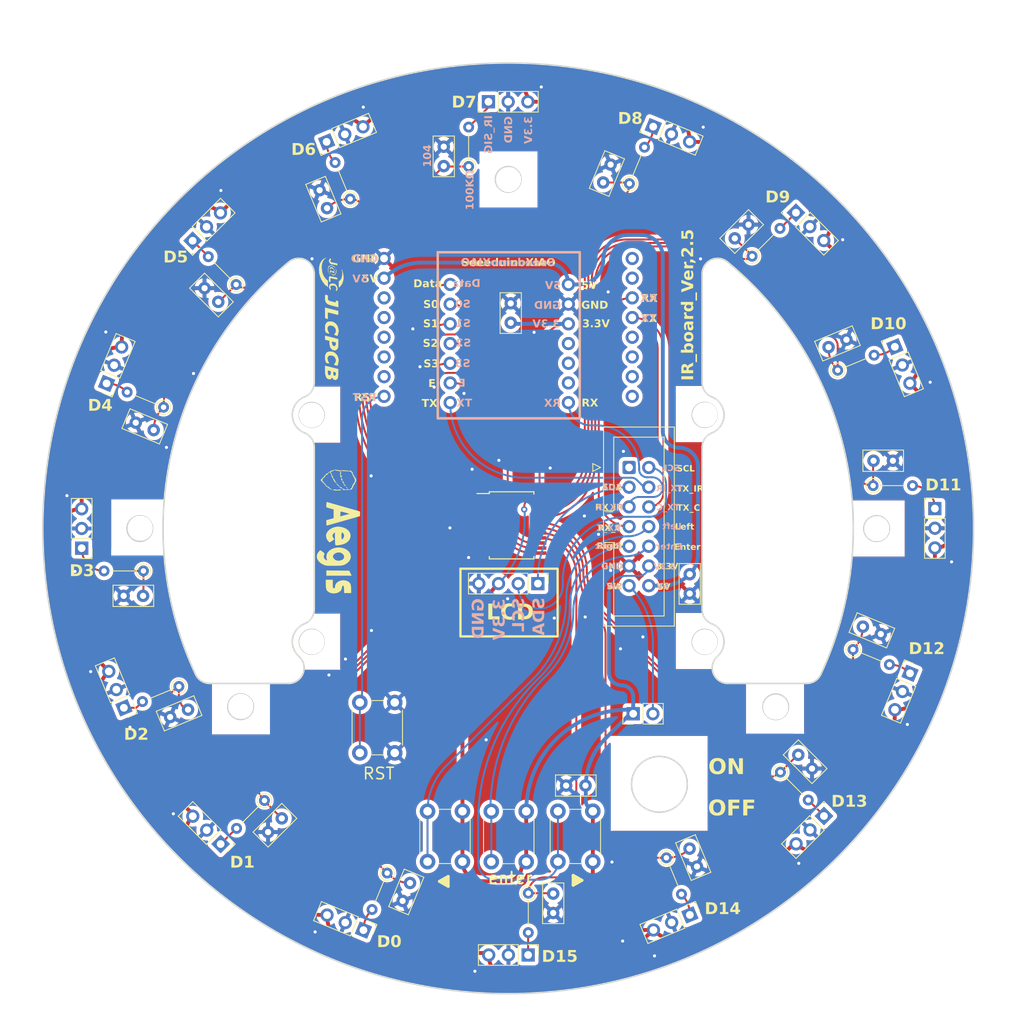
<source format=kicad_pcb>
(kicad_pcb (version 20221018) (generator pcbnew)
  (layers (0 "F.Cu" signal) (31 "B.Cu" signal) (34 "B.Paste" user) (35 "F.Paste" user) (36 "B.SilkS" user "B.Silkscreen") (37 "F.SilkS" user "F.Silkscreen") (38 "B.Mask" user) (39 "F.Mask" user) (44 "Edge.Cuts" user))
  (net 0 "")
  (net 1 "GND")
  (net 2 "+3.3V")
  (net 3 "IRout3")
  (net 4 "IRout4")
  (net 5 "IRout1")
  (net 6 "IRout2")
  (net 7 "IRout5")
  (net 8 "IRout6")
  (net 9 "IRout7")
  (net 10 "IRout8")
  (net 11 "D2")
  (net 12 "D3")
  (net 13 "D0")
  (net 14 "D1")
  (net 15 "D4")
  (net 16 "D5")
  (net 17 "D6")
  (net 18 "D7")
  (net 19 "D10")
  (net 20 "D11")
  (net 21 "D8")
  (net 22 "D9")
  (net 23 "D12")
  (net 24 "D13")
  (net 25 "D14")
  (net 26 "D15")
  (net 27 "IRout11")
  (net 28 "IRout12")
  (net 29 "IRout9")
  (net 30 "IRout10")
  (net 31 "IRout13")
  (net 32 "IRout14")
  (net 34 "S0")
  (net 35 "S1")
  (net 36 "S2")
  (net 37 "S3")
  (net 38 "E")
  (net 42 "+5V")
  (net 43 "IRout15")
  (net 44 "IRout0")
  (net 45 "RST")
  (net 46 "SDA_LCD")
  (net 47 "switch")
  (net 49 "SCL_LCD")
  (net 50 "TX_Boll")
  (net 51 "RX_Boll")
  (net 52 "TX_camera")
  (net 58 "RX_camera")
  (net 64 "Data_IR_sensor")
  (net 65 "LCD-TeensyD10")
  (net 66 "LCD-TeensyD11")
  (net 67 "LCD-TeensyD12")
  (footprint "Connector_PinHeader_2.54mm:PinHeader_1x03_P2.54mm_Vertical" (layer "F.Cu") (at 138.341699 164.755716 -90)
    (fp_text reference "U17" hide)
    (fp_text value "TSSP58038")
  )
  (footprint "JLCPCB:JLCPCB" (layer "F.Cu") (at 112.918834 82.654166 -90)
    (fp_text reference "G***" hide)
    (fp_text value "LOGO" hide)
  )
  (footprint "MountingHole:MountingHole_3.2mm_M3" (layer "F.Cu") (at 170.276 132.8)
    (fp_text reference "REF**" hide)
    (fp_text value "MountingHole_3.2mm_M3")
  )
  (footprint "Capacitor_THT:C_Disc_D5.0mm_W2.5mm_P2.50mm" (layer "F.Cu") (at 106.581975 147.14301 -135)
    (fp_text reference "C4" hide)
    (fp_text value "104")
  )
  (footprint "Capacitor_THT:C_Disc_D5.0mm_W2.5mm_P2.50mm" (layer "F.Cu") (at 177.076399 86.38062 22.5)
    (fp_text reference "C9" hide)
    (fp_text value "104" hide)
  )
  (footprint "Resistor_THT:R_Axial_DIN0204_L3.6mm_D1.6mm_P5.08mm_Vertical" (layer "F.Cu") (at 100.698859 78.312233 135)
    (fp_text reference "R6" hide)
    (fp_text value "22k" hide)
  )
  (footprint "Resistor_THT:R_Axial_DIN0204_L3.6mm_D1.6mm_P5.08mm_Vertical" (layer "F.Cu") (at 178.258619 89.365407 22.5)
    (fp_text reference "R9" hide)
    (fp_text value "22k")
  )
  (footprint "Resistor_THT:R_Axial_DIN0204_L3.6mm_D1.6mm_P5.08mm_Vertical" (layer "F.Cu") (at 151.40409 65.303441 67.5)
    (fp_text reference "R11" hide)
    (fp_text value "22k" hide)
  )
  (footprint "Capacitor_THT:C_Disc_D5.0mm_W2.5mm_P2.50mm" (layer "F.Cu") (at 90.064116 97.079129 157.5)
    (fp_text reference "C5" hide)
    (fp_text value "104" hide)
  )
  (footprint "Aegis:ver4" (layer "F.Cu") (at 114.06454 109.815392 -90)
    (fp_text reference "G***" hide)
    (fp_text value "LOGO" hide)
  )
  (footprint "Connector_PinHeader_2.54mm:PinHeader_1x03_P2.54mm_Vertical" (layer "F.Cu") (at 80.780983 112.306415 180)
    (fp_text reference "U5" hide)
    (fp_text value "TSSP58038")
  )
  (footprint "Resistor_THT:R_Axial_DIN0204_L3.6mm_D1.6mm_P5.08mm_Vertical" (layer "F.Cu") (at 104.347516 144.83784 -135)
    (fp_text reference "R4" hide)
    (fp_text value "22k")
  )
  (footprint "Connector_PinHeader_2.54mm:PinHeader_1x03_P2.54mm_Vertical" (layer "F.Cu") (at 95.084418 72.663452 135)
    (fp_text reference "U7" hide)
    (fp_text value "TSSP58038")
  )
  (footprint "Connector_PinHeader_2.54mm:PinHeader_1x03_P2.54mm_Vertical" (layer "F.Cu") (at 190.791 107.195)
    (fp_text reference "U13" hide)
    (fp_text value "TSSP58038")
  )
  (footprint "Connector_PinHeader_2.54mm:PinHeader_1x04_P2.54mm_Vertical" (layer "F.Cu") (at 139.606 116.87 -90)
    (fp_text reference "J1" hide)
    (fp_text value "Conn_01x04_Socket")
  )
  (footprint "Connector_PinHeader_2.54mm:PinHeader_1x03_P2.54mm_Vertical" (layer "F.Cu") (at 172.873247 69.049135 45)
    (fp_text reference "U11" hide)
    (fp_text value "TSSP58038")
  )
  (footprint "Capacitor_THT:C_Disc_D5.0mm_W2.5mm_P2.50mm" (layer "F.Cu") (at 173.178292 138.954725 -45)
    (fp_text reference "C14" hide)
    (fp_text value "104" hide)
  )
  (footprint "Connector_PinHeader_2.54mm:PinHeader_1x03_P2.54mm_Vertical" (layer "F.Cu") (at 159.196663 159.590682 -67.5)
    (fp_text reference "U16" hide)
    (fp_text value "TSSP58038")
  )
  (footprint "Button_Switch_THT:SW_PUSH_6mm_H5mm" (layer "F.Cu") (at 125.376 152.72 90)
    (fp_text reference "▶")
    (fp_text value "LCD" hide)
  )
  (footprint "Capacitor_THT:C_Disc_D5.0mm_W2.5mm_P2.50mm" (layer "F.Cu") (at 94.495584 133.120797 -157.5)
    (fp_text reference "C1" hide)
    (fp_text value "104")
  )
  (footprint "Connector_PinHeader_2.54mm:PinHeader_1x02_P2.54mm_Vertical" (layer "F.Cu") (at 151.891 133.65 90)
    (fp_text reference "SW4" hide)
    (fp_text value "SW_DIP_x01" hide)
  )
  (footprint "Capacitor_THT:C_Disc_D5.0mm_W2.5mm_P2.50mm" (layer "F.Cu") (at 159.18 115.66 -90)
    (fp_text reference "C17" hide)
    (fp_text value "C" hide)
  )
  (footprint "Connector_PinHeader_2.54mm:PinHeader_1x03_P2.54mm_Vertical" (layer "F.Cu") (at 133.230283 54.745699 90)
    (fp_text reference "U9" hide)
    (fp_text value "TSSP58038")
  )
  (footprint "Resistor_THT:R_Axial_DIN0204_L3.6mm_D1.6mm_P5.08mm_Vertical" (layer "F.Cu") (at 115.400691 67.27808 112.5)
    (fp_text reference "R7" hide)
    (fp_text value "22k" hide)
  )
  (footprint "Connector_PinHeader_2.54mm:PinHeader_1x03_P2.54mm_Vertical" (layer "F.Cu") (at 185.625965 86.340036 22.5)
    (fp_text reference "U12" hide)
    (fp_text value "TSSP58038")
  )
  (footprint "MountingHole:MountingHole_3.2mm_M3" (layer "F.Cu") (at 101.296 132.72)
    (fp_text reference "REF**" hide)
    (fp_text value "MountingHole_3.2mm_M3")
  )
  (footprint "Connector_PinHeader_2.54mm:PinHeader_1x03_P2.54mm_Vertical" (layer "F.Cu") (at 83.989963 91.062368 157.5)
    (fp_text reference "U6" hide)
    (fp_text value "TSSP58038")
  )
  (footprint "MountingHole:MountingHole_3.2mm_M3" (layer "F.Cu") (at 161.156 95.11)
    (fp_text reference "REF**" hide)
    (fp_text value "MountingHole_3.2mm_M3" hide)
  )
  (footprint "MountingHole:MountingHole_3.2mm_M3" (layer "F.Cu") (at 161.136 124.4)
    (fp_text reference "REF**" hide)
    (fp_text value "MountingHole_3.2mm_M3")
  )
  (footprint "Capacitor_THT:C_Disc_D5.0mm_W2.5mm_P2.50mm" (layer "F.Cu") (at 98.39369 80.546691 135)
    (fp_text reference "C6" hide)
    (fp_text value "104" hide)
  )
  (footprint "Capacitor_THT:C_Disc_D5.0mm_W2.5mm_P2.50mm" (layer "F.Cu") (at 159.156079 151.041116 -67.5)
    (fp_text reference "C15" hide)
    (fp_text value "104")
  )
  (footprint "Capacitor_THT:C_Disc_D5.0mm_W2.5mm_P2.50mm" (layer "F.Cu") (at 164.990008 72.358407 45)
    (fp_text reference "C12" hide)
    (fp_text value "104" hide)
  )
  (footprint "Capacitor_THT:C_Disc_D5.0mm_W2.5mm_P2.50mm" (layer "F.Cu") (at 182.875999 101.03)
    (fp_text reference "C10" hide)
    (fp_text value "104" hide)
  )
  (footprint "Resistor_THT:R_Axial_DIN0204_L3.6mm_D1.6mm_P5.08mm_Vertical" (layer "F.Cu") (at 170.873124 141.189183 -45)
    (fp_text reference "R14" hide)
    (fp_text value "22k")
  )
  (footprint "Connector_PinHeader_2.54mm:PinHeader_1x03_P2.54mm_Vertical" (layer "F.Cu") (at 86.223016 132.884381 -157.5)
    (fp_text reference "U4" hide)
    (fp_text value "TSSP58038")
  )
  (footprint "Resistor_THT:R_Axial_DIN0204_L3.6mm_D1.6mm_P5.08mm_Vertical" (layer "F.Cu") (at 180.233259 125.368807 -22.5)
    (fp_text reference "R13" hide)
    (fp_text value "22k")
  )
  (footprint "Resistor_THT:R_Axial_DIN0204_L3.6mm_D1.6mm_P5.08mm_Vertical" (layer "F.Cu") (at 93.313363 130.136008 -157.5)
    (fp_text reference "R1" hide)
    (fp_text value "22k" hide)
  )
  (footprint "Resistor_THT:R_Axial_DIN0204_L3.6mm_D1.6mm_P5.08mm_Vertical" (layer "F.Cu") (at 120.167892 154.197975 -112.5)
    (fp_text reference "R3" hide)
    (fp_text value "22k")
  )
  (footprint "Capacitor_THT:C_Disc_D5.0mm_W2.5mm_P2.50mm" (layer "F.Cu") (at 112.415903 68.4603 112.5)
    (fp_text reference "C7" hide)
    (fp_text value "104" hide)
  )
  (footprint "MountingHole:MountingHole_5.3mm_M5" (layer "F.Cu") (at 155.29 142.75)
    (fp_text reference "REF**" hide)
    (fp_text value "MountingHole_5.3mm_M5")
  )
  (footprint "MountingHole:MountingHole_3.2mm_M3" (layer "F.Cu") (at 88.326 109.73)
    (fp_text reference "REF**" hide)
    (fp_text value "MountingHole_3.2mm_M3")
  )
  (footprint "Resistor_THT:R_Axial_DIN0204_L3.6mm_D1.6mm_P5.08mm_Vertical" (layer "F.Cu") (at 130.676 63.09 90)
    (fp_text reference "R8" hide)
    (fp_text value "22k" hide)
  )
  (footprint "Connector_PinHeader_2.54mm:PinHeader_1x03_P2.54mm_Vertical" (layer "F.Cu") (at 176.487564 146.837964 -45)
    (fp_text reference "U15" hide)
    (fp_text value "TSSP58038")
  )
  (footprint "Connector_PinHeader_2.54mm:PinHeader_1x03_P2.54mm_Vertical" (layer "F.Cu") (at 154.47433 57.95468 67.5)
    (fp_text reference "U10" hide)
    (fp_text value "TSSP58038")
  )
  (footprint "Capacitor_THT:C_Disc_D5.0mm_W2.5mm_P2.50mm" (layer "F.Cu") (at 141.575984 156.841416 -90)
    (fp_text reference "C16" hide)
    (fp_text value "104")
  )
  (footprint "Connector_IDC:IDC-Header_2x07_P2.54mm_Vertical" (layer "F.Cu") (at 151.36 101.9)
    (fp_text reference "J2" hide)
    (fp_text value "Conn_02x07_Top_Bottom")
  )
  (footprint "Connector_PinHeader_2.54mm:PinHeader_1x03_P2.54mm_Vertical" (layer "F.Cu") (at 112.36146 59.916472 112.5)
    (fp_text reference "U8" hide)
    (fp_text value "TSSP58038")
  )
  (footprint "Connector_PinHeader_2.54mm:PinHeader_1x03_P2.54mm_Vertical" (layer "F.Cu") (at 187.58202 128.439047 -22.5)
    (fp_text reference "U14" hide)
    (fp_text value "TSSP58038")
  )
  (footprint "MountingHole:MountingHole_3.2mm_M3" (layer "F.Cu") (at 110.426 95.16)
    (fp_text reference "REF**" hide)
    (fp_text value "MountingHole_3.2mm_M3")
  )
  (footprint "Capacitor_THT:C_Disc_D5.0mm_W2.5mm_P2.50mm" (layer "F.Cu") (at 123.114413 155.472584 -112.5)
    (fp_text reference "C3" hide)
    (fp_text value "104")
  )
  (footprint "Resistor_THT:R_Axial_DIN0204_L3.6mm_D1.6mm_P5.08mm_Vertical" (layer "F.Cu") (at 182.826 104.24)
    (fp_text reference "R10" hide)
    (fp_text value "22k")
  )
  (footprint "Capacitor_THT:C_Disc_D5.0mm_W2.5mm_P2.50mm" (layer "F.Cu") (at 143.24 142.91)
    (fp_text reference "C19" hide)
    (fp_text value "C")
  )
  (footprint "MountingHole:MountingHole_3.2mm_M3" (layer "F.Cu") (at 110.476 124.39)
    (fp_text reference "REF**" hide)
    (fp_text value "MountingHole_3.2mm_M3")
  )
  (footprint "Resistor_THT:R_Axial_DIN0204_L3.6mm_D1.6mm_P5.08mm_Vertical" (layer "F.Cu") (at 167.224466 74.663575 45)
    (fp_text reference "R12" hide)
    (fp_text value "22k")
  )
  (footprint "Resistor_THT:R_Axial_DIN0204_L3.6mm_D1.6mm_P5.08mm_Vertical" (layer "F.Cu") (at 138.365982 156.791416 -90)
    (fp_text reference "R16" hide)
    (fp_text value "22k" hide)
  )
  (footprint "Capacitor_THT:C_Disc_D5.0mm_W2.5mm_P2.50mm" (layer "F.Cu") (at 136.1 80.74 -90)
    (fp_text reference "C18" hide)
    (fp_text value "C")
  )
  (footprint "MountingHole:MountingHole_3.2mm_M3" (layer "F.Cu") (at 183.296 109.79)
    (fp_text reference "REF**" hide)
    (fp_text value "MountingHole_3.2mm_M3")
  )
  (footprint "Resistor_THT:R_Axial_DIN0204_L3.6mm_D1.6mm_P5.08mm_Vertical" (layer "F.Cu") (at 156.171292 152.223336 -67.5)
    (fp_text reference "R15" hide)
    (fp_text value "22k" hide)
  )
  (footprint "Resistor_THT:R_Axial_DIN0204_L3.6mm_D1.6mm_P5.08mm_Vertical" (layer "F.Cu") (at 91.338724 94.132609 157.5)
    (fp_text reference "R5" hide)
    (fp_text value "22k" hide)
  )
  (footprint "Capacitor_THT:C_Disc_D5.0mm_W2.5mm_P2.50mm" (layer "F.Cu") (at 88.695283 118.450001 180)
    (fp_text reference "C2" hide)
    (fp_text value "104" hide)
  )
  (footprint "Seeeduino_Xiao:seeeduinoXIAO" (layer "F.Cu") (at 135.916 85.92 180)
    (fp_text reference "U1" hide)
    (fp_text value "SeeeduinoXIAO" hide)
  )
  (footprint "Capacitor_THT:C_Disc_D5.0mm_W2.5mm_P2.50mm" (layer "F.Cu") (at 181.507866 122.422288 -22.5)
    (fp_text reference "C13" hide)
    (fp_text value "104" hide)
  )
  (footprint "Button_Switch_THT:SW_PUSH_6mm_H5mm" (layer "F.Cu") (at 133.596 152.73 90)
    (fp_text reference "enter")
    (fp_text value "LCD" hide)
  )
  (footprint "Capacitor_THT:C_Disc_D5.0mm_W2.5mm_P2.50mm" (layer "F.Cu") (at 148.021646 65.15485 67.5)
    (fp_text reference "C11" hide)
    (fp_text value "104" hide)
  )
  (footprint "Resistor_THT:R_Axial_DIN0204_L3.6mm_D1.6mm_P5.08mm_Vertical" (layer "F.Cu") (at 88.745283 115.24 180)
    (fp_text reference "R2" hide)
    (fp_text value "22k")
  )
  (footprint "Capacitor_THT:C_Disc_D5.0mm_W2.5mm_P2.50mm" (layer "F.Cu") (at 127.466 63.04 90)
    (fp_text reference "C8" hide)
    (fp_text value "104" hide)
  )
  (footprint "Connector_PinHeader_2.54mm:PinHeader_1x03_P2.54mm_Vertical" (layer "F.Cu") (at 98.698735 150.45228 -135)
    (fp_text reference "U3" hide)
    (fp_text value "TSSP58038")
  )
  (footprint "Open_MV:OpenMV" (layer "F.Cu") (at 135.77 117.75 180)
    (fp_text reference "U19" hide)
    (fp_text value "open_mv")
  )
  (footprint "Package_SO:SSOP-24_5.3x8.2mm_P0.65mm" (layer "F.Cu") (at 136.216 109.36)
    (fp_text reference "U18" hide)
    (fp_text value "CD74HC4067SM")
  )
  (footprint "Button_Switch_THT:SW_PUSH_6mm_H5mm" (layer "F.Cu") (at 142.186 152.72 90)
    (fp_text reference "SW3" hide)
    (fp_text value "LCD" hide)
  )
  (footprint "Connector_PinHeader_2.54mm:PinHeader_1x03_P2.54mm_Vertical" (layer "F.Cu") (at 117.11151 161.552477 -112.5)
    (fp_text reference "U2" hide)
    (fp_text value "TSSP58038")
  )
  (footprint "MountingHole:MountingHole_3.2mm_M3" (layer "F.Cu") (at 135.81 64.77)
    (fp_text reference "REF**" hide)
    (fp_text value "MountingHole_3.2mm_M3")
  )
  (footprint "Button_Switch_THT:SW_PUSH_6mm_H5mm" (layer "F.Cu") (at 116.646 138.7 90)
    (fp_text reference "RST")
    (fp_text value "SW_DIP_x01")
  )
  (gr_rect (start 126.7 74.16) (end 145.01 95.57) (stroke (width 0.3)) (fill none) (layer "B.SilkS"))
  (gr_rect (start 126.7 74.16) (end 145.01 95.57) (stroke (width 0.3)) (fill none) (layer "F.SilkS"))
  (gr_rect (start 129.62 114.95) (end 142.15 123.68) (stroke (width 0.3)) (fill none) (layer "F.SilkS"))
  (gr_line (start 110.771801 76.926123) (end 110.771801 90.943465) (stroke (width 0.2)) (layer "Edge.Cuts"))
  (gr_circle (center 110.440558 124.37261) (end 112.040558 124.37261) (stroke (width 0.2)) (fill none) (layer "Edge.Cuts"))
  (gr_arc (start 162.030131 92.800863) (mid 163.603007 95.122604) (end 162.030131 97.444357) (stroke (width 0.2)) (layer "Edge.Cuts"))
  (gr_arc (start 108.786963 126.24761) (mid 109.334912 128.454705) (end 107.464088 129.74761) (stroke (width 0.2)) (layer "Edge.Cuts"))
  (gr_line (start 174.271801 129.74761) (end 164.079514 129.74761) (stroke (width 0.2)) (layer "Edge.Cuts"))
  (gr_circle (center 101.271801 132.74761) (end 102.921801 132.74761) (stroke (width 0.2)) (fill none) (layer "Edge.Cuts"))
  (gr_arc (start 108.786963 126.24761) (mid 107.977202 123.946165) (end 109.513471 122.050863) (stroke (width 0.2)) (layer "Edge.Cuts"))
  (gr_circle (center 170.271801 132.74761) (end 171.921801 132.74761) (stroke (width 0.2)) (fill none) (layer "Edge.Cuts"))
  (gr_arc (start 95.460036 128.594669) (mid 92.369117 99.926354) (end 107.501213 75.381583) (stroke (width 0.2)) (layer "Edge.Cuts"))
  (gr_arc (start 160.771801 99.301755) (mid 161.115981 98.179978) (end 162.030131 97.444357) (stroke (width 0.2)) (layer "Edge.Cuts"))
  (gr_arc (start 109.513471 97.444357) (mid 107.940575 95.122604) (end 109.513471 92.800863) (stroke (width 0.2)) (layer "Edge.Cuts"))
  (gr_arc (start 97.271801 129.74761) (mid 96.198048 129.434934) (end 95.460036 128.594669) (stroke (width 0.2)) (layer "Edge.Cuts"))
  (gr_arc (start 160.771801 76.926123) (mid 161.917741 75.117626) (end 164.042389 75.381583) (stroke (width 0.2)) (layer "Edge.Cuts"))
  (gr_circle (center 161.103044 124.37261) (end 162.703044 124.37261) (stroke (width 0.2)) (fill none) (layer "Edge.Cuts"))
  (gr_arc (start 162.030131 122.050863) (mid 163.56637 123.94617) (end 162.756639 126.24761) (stroke (width 0.2)) (layer "Edge.Cuts"))
  (gr_arc (start 162.030131 92.800863) (mid 161.11602 92.065207) (end 160.771801 90.943465) (stroke (width 0.2)) (layer "Edge.Cuts"))
  (gr_circle (center 88.27181 109.778318) (end 89.92181 109.778318) (stroke (width 0.2)) (fill none) (layer "Edge.Cuts"))
  (gr_arc (start 176.083566 128.594669) (mid 175.345551 129.43493) (end 174.271801 129.74761) (stroke (width 0.2)) (layer "Edge.Cuts"))
  (gr_line (start 160.771801 90.943465) (end 160.771801 76.926123) (stroke (width 0.2)) (layer "Edge.Cuts"))
  (gr_arc (start 109.513471 97.444357) (mid 110.427617 98.179998) (end 110.771801 99.301755) (stroke (width 0.2)) (layer "Edge.Cuts"))
  (gr_circle (center 155.271801 142.74761) (end 158.871801 142.74761) (stroke (width 0.2)) (fill none) (layer "Edge.Cuts"))
  (gr_line (start 160.771801 120.193465) (end 160.771801 99.301755) (stroke (width 0.2)) (layer "Edge.Cuts"))
  (gr_circle (center 183.271792 109.778318) (end 184.921792 109.778318) (stroke (width 0.2)) (fill none) (layer "Edge.Cuts"))
  (gr_arc (start 162.030131 122.050863) (mid 161.11602 121.315207) (end 160.771801 120.193465) (stroke (width 0.2)) (layer "Edge.Cuts"))
  (gr_arc (start 164.079514 129.74761) (mid 162.208664 128.454715) (end 162.756639 126.24761) (stroke (width 0.2)) (layer "Edge.Cuts"))
  (gr_arc (start 164.042389 75.381583) (mid 179.174478 99.926353) (end 176.083566 128.594669) (stroke (width 0.2)) (layer "Edge.Cuts"))
  (gr_arc (start 110.771801 90.943465) (mid 110.427613 92.065233) (end 109.513471 92.800863) (stroke (width 0.2)) (layer "Edge.Cuts"))
  (gr_line (start 110.771801 99.301755) (end 110.771801 120.193465) (stroke (width 0.2)) (layer "Edge.Cuts"))
  (gr_circle (center 135.771801 64.747609) (end 137.421801 64.747609) (stroke (width 0.2)) (fill none) (layer "Edge.Cuts"))
  (gr_arc (start 107.501213 75.381583) (mid 109.625852 75.117642) (end 110.771801 76.926123) (stroke (width 0.2)) (layer "Edge.Cuts"))
  (gr_line (start 107.464088 129.74761) (end 97.271801 129.74761) (stroke (width 0.2)) (layer "Edge.Cuts"))
  (gr_circle (center 110.440558 95.12261) (end 112.040558 95.12261) (stroke (width 0.2)) (fill none) (layer "Edge.Cuts"))
  (gr_arc (start 110.771801 120.193465) (mid 110.427613 121.315233) (end 109.513471 122.050863) (stroke (width 0.2)) (layer "Edge.Cuts"))
  (gr_circle (center 135.771801 109.74761) (end 195.771801 109.74761) (stroke (width 0.2)) (fill none) (layer "Edge.Cuts"))
  (gr_circle (center 161.103044 95.12261) (end 162.703044 95.12261) (stroke (width 0.2)) (fill none) (layer "Edge.Cuts"))
  (gr_text "5V" (at 155.69 117.25) (layer "B.SilkS") (effects (font (size 0.8 0.8) (thickness 0.2) bold) (justify mirror)))
  (gr_text "Right" (at 148.67 112.06) (layer "B.SilkS") (effects (font (size 0.8 0.8) (thickness 0.2) bold) (justify mirror)))
  (gr_text "100KΩ" (at 131.47 68.71 90) (layer "B.SilkS") (effects (font (size 1 1) (thickness 0.1) bold) (justify left bottom)))
  (gr_text "3.3V" (at 135.57 118.83 90) (layer "B.SilkS") (effects (font (size 1.5 1.5) (thickness 0.3) bold) (justify left bottom mirror)))
  (gr_text "SeeeduinoXIAO" (at 135.73 75.51) (layer "B.SilkS") (effects (font (size 1 1) (thickness 0.2) bold) (justify mirror)))
  (gr_text "S3" (at 130.893496 89.11) (layer "B.SilkS") (effects (font (size 1 1) (thickness 0.1) bold) (justify left bottom mirror)))
  (gr_text "3.3V" (at 155.94 114.71) (layer "B.SilkS") (effects (font (size 0.8 0.8) (thickness 0.2) bold) (justify mirror)))
  (gr_text "S1" (at 130.943496 83.95) (layer "B.SilkS") (effects (font (size 1 1) (thickness 0.1) bold) (justify left bottom mirror)))
  (gr_text "104" (at 125.99 63.18 90) (layer "B.SilkS") (effects (font (size 1 1) (thickness 0.1) bold) (justify left bottom)))
  (gr_text "S0" (at 130.923496 81.46) (layer "B.SilkS") (effects (font (size 1 1) (thickness 0.1) bold) (justify left bottom mirror)))
  (gr_text "5V" (at 142.568722 79.06) (layer "B.SilkS") (effects (font (size 1 1) (thickness 0.1) bold) (justify left bottom mirror)))
  (gr_text "Left" (at 156.89 109.52) (layer "B.SilkS") (effects (font (size 0.8 0.8) (thickness 0.2) bold) (justify mirror)))
  (gr_text "5V" (at 117.728722 78.21) (layer "B.SilkS") (effects (font (size 1 1) (thickness 0.1) bold) (justify left bottom mirror)))
  (gr_text "RST\n" (at 118.768722 93.5) (layer "B.SilkS") (effects (font (size 1 1) (thickness 0.1) bold) (justify left bottom mirror)))
  (gr_text "SDA" (at 149.13 104.52) (layer "B.SilkS") (effects (font (size 0.8 0.8) (thickness 0.2) bold) (justify mirror)))
  (gr_text "SW" (at 149.46 117.26) (layer "B.SilkS") (effects (font (size 0.8 0.8) (thickness 0.2) bold) (justify mirror)))
  (gr_text "TX_IR" (at 156.6 104.62) (layer "B.SilkS") (effects (font (size 0.8 0.8) (thickness 0.2) bold) (justify mirror)))
  (gr_text "Data" (at 132.203496 78.79) (layer "B.SilkS") (effects (font (size 1 1) (thickness 0.1) bold) (justify left bottom mirror)))
  (gr_text "TX" (at 154.903196 83.3) (layer "B.SilkS") (effects (font (size 1 1) (thickness 0.1) bold) (justify left bottom mirror)))
  (gr_text "RX_C" (at 148.71 109.74) (layer "B.SilkS") (effects (font (size 0.8 0.8) (thickness 0.2) bold) (justify mirror)))
  (gr_text "GND" (at 142.588722 81.62) (layer "B.SilkS") (effects (font (size 1 1) (thickness 0.1) bold) (justify left bottom mirror)))
  (gr_text "RX_IR" (at 148.81 107.08) (layer "B.SilkS") (effects (font (size 0.8 0.8) (thickness 0.2) bold) (justify mirror)))
  (gr_text "RX\n" (at 142.548722 94.23) (layer "B.SilkS") (effects (font (size 1 1) (thickness 0.1) bold) (justify left bottom mirror)))
  (gr_text "TX" (at 131.123496 94.22) (layer "B.SilkS") (effects (font (size 1 1) (thickness 0.1) bold) (justify left bottom mirror)))
  (gr_text "IR_SIG" (at 133.872 56.47 90) (layer "B.SilkS") (effects (font (size 1 1) (thickness 0.1) bold) (justify left bottom mirror)))
  (gr_text "Enter" (at 156.54 112.13) (layer "B.SilkS") (effects (font (size 0.8 0.8) (thickness 0.2) bold) (justify mirror)))
  (gr_text "E\n" (at 130.273496 91.65) (layer "B.SilkS") (effects (font (size 1 1) (thickness 0.1) bold) (justify left bottom mirror)))
  (gr_text "SCL" (at 138.07 118.72 90) (layer "B.SilkS") (effects (font (size 1.5 1.5) (thickness 0.3) bold) (justify left bottom mirror)))
  (gr_text "3.3V" (at 142.458722 84.01) (layer "B.SilkS") (effects (font (size 1 1) (thickness 0.1) bold) (justify left bottom mirror)))
  (gr_text "SDA\n" (at 140.68 118.68 90) (layer "B.SilkS") (effects (font (size 1.5 1.5) (thickness 0.3) bold) (justify left bottom mirror)))
  (gr_text "GND" (at 132.86 118.77 90) (layer "B.SilkS") (effects (font (size 1.5 1.5) (thickness 0.3) bold) (justify left bottom mirror)))
  (gr_text "GND" (at 136.45 56.61 90) (layer "B.SilkS") (effects (font (size 1 1) (thickness 0.1) bold) (justify left bottom mirror)))
  (gr_text "SCL" (at 156.75 102.02) (layer "B.SilkS") (effects (font (size 0.8 0.8) (thickness 0.175) bold) (justify mirror)))
  (gr_text "GND" (at 118.968722 75.62) (layer "B.SilkS") (effects (font (size 1 1) (thickness 0.1) bold) (justify left bottom mirror)))
  (gr_text "TX_C" (at 156.4 107.08) (layer "B.SilkS") (effects (font (size 0.8 0.8) (thickness 0.2) bold) (justify mirror)))
  (gr_text "S2\n" (at 130.983496 86.48) (layer "B.SilkS") (effects (font (size 1 1) (thickness 0.1) bold) (justify left bottom mirror)))
  (gr_text "3.3V\n" (at 139.02 56.62 90) (layer "B.SilkS") (effects (font (size 1 1) (thickness 0.1) bold) (justify left bottom mirror)))
  (gr_text "RX" (at 154.963196 80.71) (layer "B.SilkS") (effects (font (size 1 1) (thickness 0.1) bold) (justify left bottom mirror)))
  (gr_text "GND" (at 149.15 114.67) (layer "B.SilkS") (effects (font (size 0.8 0.8) (thickness 0.2) bold) (justify mirror)))
  (gr_text "LCD" (at 132.95 121.83) (layer "F.SilkS") (effects (font (size 2 2) (thickness 0.3) bold) (justify left bottom)))
  (gr_text "Left" (at 158.52 109.58) (layer "F.SilkS") (effects (font (size 0.8 0.8) (thickness 0.2) bold)))
  (gr_text "Enter" (at 158.87 112.19) (layer "F.SilkS") (effects (font (size 0.8 0.8) (thickness 0.2) bold)))
  (gr_text "D15" (at 140.09 165.9) (layer "F.SilkS") (effects (font (size 1.5 1.5) (thickness 0.3) bold) (justify left bottom)))
  (gr_text "ON\n" (at 161.57 141.77) (layer "F.SilkS") (effects (font (size 2 2) (thickness 0.3) bold) (justify left bottom)))
  (gr_text "D6" (at 107.79 61.85) (layer "F.SilkS") (effects (font (size 1.5 1.5) (thickness 0.3) bold) (justify left bottom)))
  (gr_text "D9" (at 168.92 67.98) (layer "F.SilkS") (effects (font (size 1.5 1.5) (thickness 0.3) bold) (justify left bottom)))
  (gr_text "3.3V" (at 145.32 83.99) (layer "F.SilkS") (effects (font (size 1 1) (thickness 0.1) bold) (justify left bottom)))
  (gr_text "RX_C" (at 148.87 109.73) (layer "F.SilkS") (effects (font (size 0.8 0.8) (thickness 0.2) bold)))
  (gr_text "E\n" (at 125.47 91.69) (layer "F.SilkS") (effects (font (size 1 1) (thickness 0.1) bold) (justify left bottom)))
  (gr_text "D11" (at 189.55 105.11) (layer "F.SilkS") (effects (font (size 1.5 1.5) (thickness 0.3) bold) (justify left bottom)))
  (gr_text "RST\n" (at 115.88 93.49) (layer "F.SilkS") (effects (font (size 1 1) (thickness 0.1) bold) (justify left bottom)))
  (gr_text "D10" (at 182.47 84.32) (layer "F.SilkS") (effects (font (size 1.5 1.5) (thickness 0.3) bold) (justify left bottom)))
  (gr_text "D5" (at 91.3 75.72) (layer "F.SilkS") (effects (font (size 1.5 1.5) (thickness 0.3) bold) (justify left bottom)))
  (gr_text "IR_board_Ver,2.5" (at 159.88 90.72 90) (layer "F.SilkS") (effects (font (size 1.5 1.5) (thickness 0.3) bold) (justify left bottom)))
  (gr_text "D0" (at 118.83 163.99) (layer "F.SilkS") (effects (font (size 1.5 1.5) (thickness 0.3) bold) (justify left bottom)))
  (gr_text "RX_IR" (at 148.77 107.07) (layer "F.SilkS") (effects (font (size 0.8 0.8) (thickness 0.2) bold)))
  (gr_text "D3" (at 79.21 116.16) (layer "F.SilkS") (effects (font (size 1.5 1.5) (thickness 0.3) bold) (justify left bottom)))
  (gr_text "RX" (at 152.9 80.73) (layer "F.SilkS") (effects (font (size 1 1) (thickness 0.1) bold) (justify left bottom)))
  (gr_text "D12\n" (at 187.4 126.21) (layer "F.SilkS") (effects (font (size 1.5 1.5) (thickness 0.3) bold) (justify left bottom)))
  (gr_text "D14\n\n" (at 161.1 162.26) (layer "F.SilkS") (effects (font (size 1.5 1.5) (thickness 0.3) bold) (justify left bottom)))
  (gr_text "S0" (at 124.82 81.5) (layer "F.SilkS") (effects (font (size 1 1) (thickness 0.1) bold) (justify left bottom)))
  (gr_text "Data" (at 123.54 78.83) (layer "F.SilkS") (effects (font (size 1 1) (thickness 0.1) bold) (justify left bottom)))
  (gr_text "D2" (at 86.22 137.26) (layer "F.SilkS") (effects (font (size 1.5 1.5) (thickness 0.3) bold) (justify left bottom)))
  (gr_text "SCL" (at 158.66 102.08) (layer "F.SilkS") (effects (font (size 0.8 0.8) (thickness 0.175) bold)))
  (gr_text "SDA" (at 149.18 104.49) (layer "F.SilkS") (effects (font (size 0.8 0.8) (thickness 0.2) bold)))
  (gr_text "RX\n" (at 145.23 94.21) (layer "F.SilkS") (effects (font (size 1 1) (thickness 0.1) bold) (justify left bottom)))
  (gr_text "D4" (at 81.57 94.84) (layer "F.SilkS") (effects (font (size 1.5 1.5) (thickness 0.3) bold) (justify left bottom)))
  (gr_text "SeeeduinoXIAO" (at 135.8 75.52) (layer "F.SilkS") (effects (font (size 1 1) (thickness 0.2) bold)))
  (gr_text "5V" (at 155.86 117.33) (layer "F.SilkS") (effects (font (size 0.8 0.8) (thickness 0.2) bold)))
  (gr_text "5V" (at 116.92 78.2) (layer "F.SilkS") (effects (font (size 1 1) (thickness 0.1) bold) (justify left bottom)))
  (gr_text "D7" (at 128.48 55.75) (layer "F.SilkS") (effects (font (size 1.5 1.5) (thickness 0.3) bold) (justify left bottom)))
  (gr_text "D8" (at 149.91 57.85) (layer "F.SilkS") (effects (font (size 1.5 1.5) (thickness 0.3) bold) (justify left bottom)))
  (gr_text "Right" (at 148.91 112.05) (layer "F.SilkS") (effects (font (size 0.8 0.8) (thickness 0.2) bold)))
  (gr_text "S2\n" (at 124.76 86.52) (layer "F.SilkS") (effects (font (size 1 1) (thickness 0.1) bold) (justify left bottom)))
  (gr_text "S1" (at 124.8 83.99) (layer "F.SilkS") (effects (font (size 1 1) (thickness 0.1) bold) (justify left bottom)))
  (gr_text "TX" (at 124.62 94.26) (layer "F.SilkS") (effects (font (size 1 1) (thickness 0.1) bold) (justify left bottom)))
  (gr_text "GND" (at 149.17 114.68) (layer "F.SilkS") (effects (font (size 0.8 0.8) (thickness 0.2) bold)))
  (gr_text "D13\n" (at 177.428016 145.897512) (layer "F.SilkS") (effects (font (size 1.5 1.5) (thickness 0.3) bold) (justify left bottom)))
  (gr_text "TX_C" (at 159.01 107.14) (layer "F.SilkS") (effects (font (size 0.8 0.8) (thickness 0.2) bold)))
  (gr_text "5V" (at 145.21 79.04) (layer "F.SilkS") (effects (font (size 1 1) (thickness 0.1) bold) (justify left bottom)))
  (gr_text "3.3V" (at 156.29 114.69) (layer "F.SilkS") (effects (font (size 0.8 0.8) (thickness 0.2) bold)))
  (gr_text "▶" (at 144.72 155.23 180) (layer "F.SilkS") (effects (font (size 1.5 1.5) (thickness 0.375) bold) (justify mirror)))
  (gr_text "GND" (at 115.68 75.61) (layer "F.SilkS") (effects (font (size 1 1) (thickness 0.1) bold) (justify left bottom)))
  (gr_text "GND" (at 145.19 81.6) (layer "F.SilkS") (effects (font (size 1 1) (thickness 0.1) bold) (justify left bottom)))
  (gr_text "TX_IR" (at 159.21 104.68) (layer "F.SilkS") (effects (font (size 0.8 0.8) (thickness 0.2) bold)))
  (gr_text "TX" (at 152.96 83.32) (layer "F.SilkS") (effects (font (size 1 1) (thickness 0.1) bold) (justify left bottom)))
  (gr_text "D1" (at 99.89 153.75) (layer "F.SilkS") (effects (font (size 1.5 1.5) (thickness 0.3) bold) (justify left bottom)))
  (gr_text "S3" (at 124.85 89.15) (layer "F.SilkS") (effects (font (size 1 1) (thickness 0.1) bold) (justify left bottom)))
  (gr_text "SW" (at 149.5 117.26) (layer "F.SilkS") (effects (font (size 0.8 0.8) (thickness 0.2) bold)))
  (gr_text "OFF" (at 161.53 147.1) (layer "F.SilkS") (effects (font (size 2 2) (thickness 0.5) bold) (justify left bottom)))
  (via (at 87.01 135.39) (size 0.8) (drill 0.4) (layers "F.Cu" "B.Cu") (net 1))
  (via (at 148.66 79.26) (size 0.8) (drill 0.4) (layers "F.Cu" "B.Cu") (net 1))
  (via (at 98.73 66.19) (size 0.8) (drill 0.4) (layers "F.Cu" "B.Cu") (net 1))
  (via (at 141.72 121.32) (size 0.8) (drill 0.4) (layers "F.Cu" "B.Cu") (net 1))
  (via (at 95.2 89.78) (size 0.8) (drill 0.4) (layers "F.Cu" "B.Cu") (net 1))
  (via (at 153.14 123.74) (size 0.8) (drill 0.4) (layers "F.Cu" "B.Cu") (net 1))
  (via (at 112.66 128.66) (size 0.8) (drill 0.4) (layers "F.Cu" "B.Cu") (net 1))
  (via (at 114.79 126.6) (size 0.8) (drill 0.4) (layers "F.Cu" "B.Cu") (net 1))
  (via (at 190.18 90.91) (size 0.8) (drill 0.4) (layers "F.Cu" "B.Cu") (net 1))
  (via (at 79.92 115.31) (size 0.8) (drill 0.4) (layers "F.Cu" "B.Cu") (net 1))
  (via (at 130.67 113.51) (size 0.8) (drill 0.4) (layers "F.Cu" "B.Cu") (net 1))
  (via (at 123.48 84.03) (size 0.8) (drill 0.4) (layers "F.Cu" "B.Cu") (net 1))
  (via (at 140.04 52.84) (size 0.8) (drill 0.4) (layers "F.Cu" "B.Cu") (net 1))
  (via (at 147.42 110.52) (size 0.8) (drill 0.4) (layers "F.Cu" "B.Cu") (net 1))
  (via (at 132.93 137.01) (size 0.8) (drill 0.4) (layers "F.Cu" "B.Cu") (net 1))
  (via (at 187.24 135.03) (size 0.8) (drill 0.4) (layers "F.Cu" "B.Cu") (net 1))
  (via (at 134.57 100.98) (size 0.8) (drill 0.4) (layers "F.Cu" "B.Cu") (net 1))
  (via (at 120.21 162.58) (size 0.8) (drill 0.4) (layers "F.Cu" "B.Cu") (net 1))
  (via (at 118.14 122.92) (size 0.8) (drill 0.4) (layers "F.Cu" "B.Cu") (net 1))
  (via (at 83.89 84.43) (size 0.8) (drill 0.4) (layers "F.Cu" "B.Cu") (net 1))
  (via (at 131.12 102.13) (size 0.8) (drill 0.4) (layers "F.Cu" "B.Cu") (net 1))
  (via (at 178.9 72.53) (size 0.8) (drill 0.4) (layers "F.Cu" "B.Cu") (net 1))
  (via (at 124.4 88.91) (size 0.8) (drill 0.4) (layers "F.Cu" "B.Cu") (net 1))
  (via (at 139.11 84.47) (size 0.8) (drill 0.4) (layers "F.Cu" "B.Cu") (net 1))
  (via (at 160.92 58.02) (size 0.8) (drill 0.4) (layers "F.Cu" "B.Cu") (net 1))
  (via (at 130.08 92.35) (size 0.8) (drill 0.4) (layers "F.Cu" "B.Cu") (net 1))
  (via (at 92.6 146.55) (size 0.8) (drill 0.4) (layers "F.Cu" "B.Cu") (net 1))
  (via (at 160.57 75) (size 0.8) (drill 0.4) (layers "F.Cu" "B.Cu") (net 1))
  (via (at 110.88 161.78) (size 0.8) (drill 0.4) (layers "F.Cu" "B.Cu") (net 1))
  (via (at 150.53 162.96) (size 0.8) (drill 0.4) (layers "F.Cu" "B.Cu") (net 1))
  (via (at 135.7 118.82) (size 0.8) (drill 0.4) (layers "F.Cu" "B.Cu") (net 1))
  (via (at 126.23 91.55) (size 0.8) (drill 0.4) (layers "F.Cu" "B.Cu") (net 1))
  (via (at 149.15 152.77) (size 0.8) (drill 0.4) (layers "F.Cu" "B.Cu") (net 1))
  (via (at 148.98 115.18) (size 0.8) (drill 0.4) (layers "F.Cu" "B.Cu") (net 1))
  (via (at 131.48 166.85) (size 0.8) (drill 0.4) (layers "F.Cu" "B.Cu") (net 1))
  (via (at 145.6 108.15) (size 0.8) (drill 0.4) (layers "F.Cu" "B.Cu") (net 1))
  (via (at 192.94 114.07) (size 0.8) (drill 0.4) (layers "F.Cu" "B.Cu") (net 1))
  (via (at 81.94 128.22) (size 0.8) (drill 0.4) (layers "F.Cu" "B.Cu") (net 1))
  (via (at 91.71 99.31) (size 0.8) (drill 0.4) (layers "F.Cu" "B.Cu") (net 1))
  (via (at 150.63 99.82) (size 0.8) (drill 0.4) (layers "F.Cu" "B.Cu") (net 1))
  (via (at 117.09 55.44) (size 0.8) (drill 0.4) (layers "F.Cu" "B.Cu") (net 1))
  (via (at 145.7 121.18) (size 0.8) (drill 0.4) (layers "F.Cu" "B.Cu") (net 1))
  (via (at 141.19 101.97) (size 0.8) (drill 0.4) (layers "F.Cu" "B.Cu") (net 1))
  (via (at 78.88 105.53) (size 0.8) (drill 0.4) (layers "F.Cu" "B.Cu") (net 1))
  (via (at 173.24 152.94) (size 0.8) (drill 0.4) (layers "F.Cu" "B.Cu") (net 1))
  (via (at 150.25 125.28) (size 0.8) (drill 0.4) (layers "F.Cu" "B.Cu") (net 1))
  (via (at 118.1 102.98) (size 0.8) (drill 0.4) (layers "F.Cu" "B.Cu") (net 1))
  (via (at 154.64 164.87) (size 0.8) (drill 0.4) (layers "F.Cu" "B.Cu") (net 1))
  (via (at 128.26 109.69) (size 0.8) (drill 0.4) (layers "F.Cu" "B.Cu") (net 1))
  (via (at 110.48 74.99) (size 0.8) (drill 0.4) (layers "F.Cu" "B.Cu") (net 1))
  (segment (start 154.503355 161.534714) (end 154.465286 161.534714) (width 0.25) (layer "F.Cu") (net 2))
  (segment (start 139.816 87.100004) (end 139.816 105.785) (width 0.25) (layer "F.Cu") (net 2))
  (segment (start 91.981948 71.768052) (end 94.67866 69.07134) (width 0.5) (layer "F.Cu") (net 2))
  (segment (start 129.876 128.096079) (end 129.876 146.22) (width 0.5) (layer "F.Cu") (net 2))
  (segment (start 80.780983 107.226415) (end 80.780983 91.522078) (width 0.5) (layer "F.Cu") (net 2))
  (segment (start 154.503355 161.534714) (end 150.985147 161.534716) (width 0.5) (layer "F.Cu") (net 2))
  (segment (start 176.465349 72.641237) (end 187.570009 83.745898) (width 0.5) (layer "F.Cu") (net 2))
  (segment (start 95.106633 146.860178) (end 95.106633 146.606633) (width 0.25) (layer "F.Cu") (net 2))
  (segment (start 138.856681 168) (end 136.505986 168) (width 0.5) (layer "F.Cu") (net 2))
  (segment (start 132.406004 155.25) (end 135.576002 155.25) (width 0.5) (layer "F.Cu") (net 2))
  (segment (start 138.310283 54.745699) (end 154.014633 54.745699) (width 0.5) (layer "F.Cu") (net 2))
  (segment (start 133.005983 164.5) (end 117.309755 164.5) (width 0.5) (layer "F.Cu") (net 2))
  (segment (start 133.261699 164.755716) (end 133.005983 164.5) (width 0.25) (layer "F.Cu") (net 2))
  (segment (start 172.895462 150.430066) (end 172.569934 150.430066) (width 0.25) (layer "F.Cu") (net 2))
  (segment (start 137.5 153.326) (end 138.096 152.73) (width 0.25) (layer "F.Cu") (net 2))
  (segment (start 146.686 157.235572) (end 146.686 152.72) (width 0.5) (layer "F.Cu") (net 2))
  (segment (start 172.569934 150.430066) (end 161.465279 161.534722) (width 0.5) (layer "F.Cu") (net 2))
  (segment (start 137.84 107.31) (end 137.84 106.981518) (width 0.25) (layer "F.Cu") (net 2))
  (segment (start 193.5 105.349657) (end 193.5 109.566002) (width 0.5) (layer "F.Cu") (net 2))
  (segment (start 174.499262 66.249262) (end 176.465355 68.215355) (width 0.5) (layer "F.Cu") (net 2))
  (segment (start 129.876 152.72) (end 129.876 146.22) (width 0.5) (layer "F.Cu") (net 2))
  (segment (start 138.096 152.73) (end 138.096 146.23) (width 0.5) (layer "F.Cu") (net 2))
  (segment (start 146.686 152.72) (end 146.686 146.22) (width 0.5) (layer "F.Cu") (net 2))
  (segment (start 97.03767 153.237671) (end 95.106634 151.306635) (width 0.5) (layer "F.Cu") (net 2))
  (segment (start 179.465212 148.034788) (end 177.069936 150.430064) (width 0.5) (layer "F.Cu") (net 2))
  (segment (start 190.791 112.275) (end 190.791 127.979359) (width 0.5) (layer "F.Cu") (net 2))
  (segment (start 77.5 111.825263) (end 77.5 110.507392) (width 0.5) (layer "F.Cu") (net 2))
  (segment (start 95.106633 146.606633) (end 84.278982 135.778983) (width 0.5) (layer "F.Cu") (net 2))
  (segment (start 98.67652 69.07135) (end 109.775432 57.972438) (width 0.5) (layer "F.Cu") (net 2))
  (segment (start 131.473482 52) (end 135.564578 52) (width 0.5) (layer "F.Cu") (net 2))
  (segment (start 139.036518 105.785) (end 139.816 105.785) (width 0.25) (layer "F.Cu") (net 2))
  (via (at 137.84 107.31) (size 0.8) (drill 0.4) (layers "F.Cu" "B.Cu") (net 2))
  (arc (start 77.5 110.507392) (mid 78.460976 108.187391) (end 80.780983 107.226415) (width 0.5) (layer "F.Cu") (net 2))
  (arc (start 193.5 105.349657) (mid 191.958839 97.601716) (end 187.569997 91.033344) (width 0.5) (layer "F.Cu") (net 2))
  (arc (start 84.278984 128.191073) (mid 82.707475 131.985029) (end 84.278982 135.778983) (width 0.5) (layer "F.Cu") (net 2))
  (arc (start 117.309755 164.5) (mid 113.850903 163.0673) (end 112.418202 159.608445) (width 0.5) (layer "F.Cu") (net 2))
  (arc (start 187.569997 91.033344) (mid 189.079286 87.389615) (end 187.570009 83.745898) (width 0.5) (layer "F.Cu") (net 2))
  (arc (start 95.106634 151.306635) (mid 94.185742 149.083406) (end 95.106633 146.860178) (width 0.5) (layer "F.Cu") (net 2))
  (arc (start 80.780983 91.522078) (mid 82.290267 87.878344) (end 85.933995 86.36906) (width 0.5) (layer "F.Cu") (net 2))
  (arc (start 129.876 128.096079) (mid 131.084493 122.020573) (end 134.526 116.87) (width 0.5) (layer "F.Cu") (net 2))
  (arc (start 176.465355 68.215355) (mid 177.381984 70.428293) (end 176.465349 72.641237) (width 0.5) (layer "F.Cu") (net 2))
  (arc (start 139.036518 105.785) (mid 138.190452 106.135452) (end 137.84 106.981518) (width 0.25) (layer "F.Cu") (net 2))
  (arc (start 129.876 152.72) (mid 130.617021 154.508979) (end 132.406004 155.25) (width 0.5) (layer "F.Cu") (net 2))
  (arc (start 136.505986 168) (mid 134.211929 167.04977) (end 133.261699 164.755716) (width 0.5) (layer "F.Cu") (net 2))
  (arc (start 174.499262 66.249262) (mid 167.465072 61.549166) (end 159.167638 59.898712) (width 0.5) (layer "F.Cu") (net 2))
  (arc (start 117.054768 57.97244) (mid 113.415102 56.464839) (end 109.775432 57.972438) (width 0.5) (layer "F.Cu") (net 2))
  (arc (start 146.686 157.235572) (mid 147.945191 160.275527) (end 150.985147 161.534716) (width 0.5) (layer "F.Cu") (net 2))
  (arc (start 84.278984 128.191073) (mid 79.261781 120.682335) (end 77.5 111.825263) (width 0.5) (layer "F.Cu") (net 2))
  (arc (start 137.5 153.326) (mid 136.936474 154.686474) (end 135.576002 155.25) (width 0.5) (layer "F.Cu") (net 2))
  (arc (start 97.03767 153.237671) (mid 104.094263 157.952735) (end 112.418202 159.608445) (width 0.5) (layer "F.Cu") (net 2))
  (arc (start 139.816 87.100004) (mid 140.905564 84.469564) (end 143.536 83.38) (width 0.25) (layer "F.Cu") (net 2))
  (arc (start 179.465212 148.034788) (mid 184.033736 141.197508) (end 185.637988 133.132355) (width 0.5) (layer "F.Cu") (net 2))
  (arc (start 135.564578 52) (mid 137.506085 52.804198) (end 138.310283 54.745699) (width 0.5) (layer "F.Cu") (net 2))
  (arc (start 154.014633 54.745699) (mid 157.658358 56.254979) (end 159.167638 59.898712) (width 0.5) (layer "F.Cu") (net 2))
  (arc (start 85.933995 86.36906) (mid 87.505807 78.467069) (end 91.981948 71.768052) (width 0.5) (layer "F.Cu") (net 2))
  (arc (start 117.054768 57.97244) (mid 123.670143 53.55218) (end 131.473482 52) (width 0.5) (layer "F.Cu") (net 2))
  (arc (start 172.895462 150.430066) (mid 174.982698 151.294626) (end 177.069936 150.430064) (width 0.5) (layer "F.Cu") (net 2))
  (arc (start 138.856681 168) (mid 147.304008 166.319722) (end 154.465286 161.534714) (width 0.5) (layer "F.Cu") (net 2))
  (arc (start 185.637988 133.132355) (mid 189.281717 131.623082) (end 190.791 127.979359) (width 0.5) (layer "F.Cu") (net 2))
  (arc (start 193.5 109.566002) (mid 192.706553 111.481553) (end 190.791 112.275) (width 0.5) (layer "F.Cu") (net 2))
  (arc (start 154.503355 161.534714) (mid 157.984321 162.976582) (end 161.465279 161.534722) (width 0.5) (layer "F.Cu") (net 2))
  (arc (start 98.67652 69.07135) (mid 96.677585 68.243358) (end 94.67866 69.07134) (width 0.5) (layer "F.Cu") (net 2))
  (segment (start 151.022332 115.87) (end 152.630005 115.87) (width 0.25) (layer "B.Cu") (net 2))
  (segment (start 151.504446 133.65) (end 148.350999 136.803447) (width 0.5) (layer "B.Cu") (net 2))
  (segment (start 151.891 133.65) (end 151.504446 133.65) (width 0.5) (layer "B.Cu") (net 2))
  (segment (start 151.371 133.13) (end 151.196376 133.13) (width 0.25) (layer "B.Cu") (net 2))
  (segment (start 143.536 83.38) (end 135.94 83.38) (width 0.5) (layer "B.Cu") (net 2))
  (segment (start 145.78 144.879786) (end 145.77 144.889786) (width 0.5) (layer "B.Cu") (net 2))
  (segment (start 145.78 143.010387) (end 145.78 144.879786) (width 0.5) (layer "B.Cu") (net 2))
  (segment (start 146.062877 145.596877) (end 146.686 146.22) (width 0.5) (layer "B.Cu") (net 2))
  (segment (start 137.84 107.31) (end 137.9 107.37) (width 0.25) (layer "B.Cu") (net 2))
  (segment (start 151.891 133.65) (end 151.891 131.464698) (width 0.5) (layer "B.Cu") (net 2))
  (segment (start 137.9 107.37) (end 137.9 108.724467) (width 0.25) (layer "B.Cu") (net 2))
  (segment (start 148.76 128.333691) (end 148.76 118.132332) (width 0.5) (layer "B.Cu") (net 2))
  (segment (start 151.891 133.65) (end 151.371 133.13) (width 0.25) (layer "B.Cu") (net 2))
  (arc (start 150.416302 129.99) (mid 149.245122 129.504878) (end 148.76 128.333691) (width 0.5) (layer "B.Cu") (net 2))
  (arc (start 151.196376 133.13) (mid 141.933117 136.966905) (end 138.096 146.23) (width 0.5) (layer "B.Cu") (net 2))
  (arc (start 151.022332 115.87) (mid 149.422622 116.532622) (end 148.76 118.132332) (width 0.25) (layer "B.Cu") (net 2))
  (arc (start 151.891 131.464698) (mid 151.459071 130.421929) (end 150.416302 129.99) (width 0.5) (layer "B.Cu") (net 2))
  (arc (start 153.9 114.6) (mid 153.528027 115.498027) (end 152.630005 115.87) (width 0.25) (layer "B.Cu") (net 2))
  (arc (start 145.77 144.889786) (mid 145.846113 145.272467) (end 146.062877 145.596877) (width 0.5) (layer "B.Cu") (net 2))
  (arc (start 137.9 108.724467) (mid 137.02313 113.132789) (end 134.526 116.87) (width 0.25) (layer "B.Cu") (net 2))
  (arc (start 145.78 143.010387) (mid 146.448181 139.651215) (end 148.350999 136.803447) (width 0.5) (layer "B.Cu") (net 2))
  (segment (start 80.780983 112.306415) (end 80.780983 112.355695) (width 0.25) (layer "F.Cu") (net 3))
  (arc (start 83.665283 115.24) (mid 81.625776 114.395207) (end 80.780983 112.355695) (width 0.25) (layer "F.Cu") (net 3))
  (segment (start 86.600525 92.143686) (end 86.645416 92.188577) (width 0.25) (layer "F.Cu") (net 4))
  (arc (start 86.600525 92.143686) (mid 85.402802 91.343393) (end 83.989963 91.062368) (width 0.25) (layer "F.Cu") (net 4))
  (segment (start 98.698735 150.45228) (end 100.721073 148.429942) (width 0.25) (layer "F.Cu") (net 5))
  (segment (start 100.721073 148.429942) (end 100.755414 148.429942) (width 0.25) (layer "F.Cu") (net 5))
  (segment (start 86.223016 132.884381) (end 87.815714 132.884381) (width 0.25) (layer "F.Cu") (net 6))
  (segment (start 87.815714 132.884381) (end 88.620055 132.08004) (width 0.25) (layer "F.Cu") (net 6))
  (segment (start 95.084418 72.663452) (end 97.106757 74.685791) (width 0.25) (layer "F.Cu") (net 7))
  (segment (start 97.106757 74.685791) (end 97.106757 74.720131) (width 0.25) (layer "F.Cu") (net 7))
  (segment (start 112.36146 59.916472) (end 112.36146 59.940796) (width 0.25) (layer "F.Cu") (net 8))
  (arc (start 113.456659 62.584772) (mid 112.646081 61.37168) (end 112.36146 59.940796) (width 0.25) (layer "F.Cu") (net 8))
  (segment (start 133.230283 54.745699) (end 133.230283 55.455717) (width 0.25) (layer "F.Cu") (net 9))
  (segment (start 133.230283 55.455717) (end 130.676 58.01) (width 0.25) (layer "F.Cu") (net 9))
  (segment (start 153.393034 60.565221) (end 153.348122 60.610133) (width 0.25) (layer "F.Cu") (net 10))
  (arc (start 153.393034 60.565221) (mid 154.19331 59.367523) (end 154.47433 57.95468) (width 0.25) (layer "F.Cu") (net 10))
  (segment (start 94.120797 133.120797) (end 94.495584 133.120797) (width 0.25) (layer "F.Cu") (net 11))
  (segment (start 131.407004 109.685) (end 132.616 109.685) (width 0.25) (layer "F.Cu") (net 11))
  (segment (start 93.313363 130.136008) (end 93.138992 130.136008) (width 0.25) (layer "F.Cu") (net 11))
  (segment (start 90.466885 136.656885) (end 95.979764 142.169764) (width 0.25) (layer "F.Cu") (net 11))
  (segment (start 93.138992 130.136008) (end 90.466885 132.808115) (width 0.25) (layer "F.Cu") (net 11))
  (segment (start 100.957444 142.169764) (end 126.485937 116.641271) (width 0.25) (layer "F.Cu") (net 11))
  (segment (start 93.313363 130.136008) (end 93.313363 131.171531) (width 0.25) (layer "F.Cu") (net 11))
  (arc (start 126.485937 116.641271) (mid 127.551 115.047292) (end 127.925 113.167004) (width 0.25) (layer "F.Cu") (net 11))
  (arc (start 90.466885 132.808115) (mid 89.669779 134.7325) (end 90.466885 136.656885) (width 0.25) (layer "F.Cu") (net 11))
  (arc (start 94.120797 133.120797) (mid 93.523198 132.226446) (end 93.313363 131.171531) (width 0.25) (layer "F.Cu") (net 11))
  (arc (start 95.979764 142.169764) (mid 98.468604 143.200675) (end 100.957444 142.169764) (width 0.25) (layer "F.Cu") (net 11))
  (arc (start 127.925 113.167004) (mid 128.944855 110.704855) (end 131.407004 109.685) (width 0.25) (layer "F.Cu") (net 11))
  (segment (start 88.745283 115.24) (end 88.745283 118.400001) (width 0.25) (layer "F.Cu") (net 12))
  (segment (start 82.89 104.725493) (end 82.89 109.380572) (width 0.25) (layer "F.Cu") (net 12))
  (segment (start 116.075 92.494) (end 116.075 77.254155) (width 0.25) (layer "F.Cu") (net 12))
  (segment (start 88.745283 115.24) (end 87.887877 115.240011) (width 0.25) (layer "F.Cu") (net 12))
  (segment (start 91.323003 98.366997) (end 90.406912 99.283088) (width 0.25) (layer "F.Cu") (net 12))
  (segment (start 88.745283 118.400001) (end 88.695283 118.450001) (width 0.25) (layer "F.Cu") (net 12))
  (segment (start 106.371955 75.858045) (end 96.597933 85.632067) (width 0.25) (layer "F.Cu") (net 12))
  (arc (start 82.89 109.380572) (mid 83.382401 111.856041) (end 84.784626 113.954626) (width 0.25) (layer "F.Cu") (net 12))
  (arc (start 86.865489 100.75) (mid 84.054395 101.914395) (end 82.89 104.725493) (width 0.25) (layer "F.Cu") (net 12))
  (arc (start 90.406912 99.283088) (mid 88.78208 100.368764) (end 86.865489 100.75) (width 0.25) (layer "F.Cu") (net 12))
  (arc (start 132.616 109.035) (mid 120.919747 104.190253) (end 116.075 92.494) (width 0.25) (layer "F.Cu") (net 12))
  (arc (start 84.784626 113.954626) (mid 86.20841 114.905961) (end 87.887877 115.240011) (width 0.25) (layer "F.Cu") (net 12))
  (arc (start 112.245846 73.425) (mid 109.066919 74.057328) (end 106.371955 75.858045) (width 0.25) (layer "F.Cu") (net 12))
  (arc (start 96.597933 85.632067) (mid 93.831439 89.77243) (end 92.859991 94.65632) (width 0.25) (layer "F.Cu") (net 12))
  (arc (start 116.075 77.254155) (mid 114.953465 74.546532) (end 112.245846 73.425) (width 0.25) (layer "F.Cu") (net 12))
  (arc (start 92.859991 94.65632) (mid 92.460546 96.66454) (end 91.323003 98.366997) (width 0.25) (layer "F.Cu") (net 12))
  (segment (start 132.616 110.985) (end 131.240632 110.985) (width 0.25) (layer "F.Cu") (net 13))
  (segment (start 120.260312 154.290395) (end 120.167892 154.197975) (width 0.25) (layer "F.Cu") (net 13))
  (segment (start 112.967727 146.99781) (end 120.167892 154.197975) (width 0.25) (layer "F.Cu") (net 13))
  (segment (start 127.287499 117.112501) (end 112.967726 131.432274) (width 0.25) (layer "F.Cu") (net 13))
  (arc (start 131.240632 110.985) (mid 129.532522 111.692522) (end 128.825 113.400632) (width 0.25) (layer "F.Cu") (net 13))
  (arc (start 128.825 113.400632) (mid 128.425417 115.409488) (end 127.287499 117.112501) (width 0.25) (layer "F.Cu") (net 13))
  (arc (start 120.260312 154.290395) (mid 121.569765 155.165344) (end 123.114413 155.472584) (width 0.25) (layer "F.Cu") (net 13))
  (arc (start 112.967727 146.99781) (mid 109.743999 139.215042) (end 112.967726 131.432274) (width 0.25) (layer "F.Cu") (net 13))
  (segment (start 106.581975 147.14301) (end 104.347516 144.908551) (width 0.25) (layer "F.Cu") (net 14))
  (segment (start 132.616 110.335) (end 131.349307 110.335) (width 0.25) (layer "F.Cu") (net 14))
  (segment (start 104.347516 144.908551) (end 104.347516 144.83784) (width 0.25) (layer "F.Cu") (net 14))
  (segment (start 126.904723 116.858881) (end 104.3475 139.416104) (width 0.25) (layer "F.Cu") (net 14))
  (arc (start 128.375 113.309307) (mid 127.992888 115.230328) (end 126.904723 116.858881) (width 0.25) (layer "F.Cu") (net 14))
  (arc (start 128.375 113.309307) (mid 129.246154 111.206154) (end 131.349307 110.335) (width 0.25) (layer "F.Cu") (net 14))
  (arc (start 104.3475 139.416104) (mid 103.224625 142.12697) (end 104.347516 144.83784) (width 0.25) (layer "F.Cu") (net 14))
  (segment (start 94.080735 87.512869) (end 106.280984 75.31262) (width 0.25) (layer "F.Cu") (net 15))
  (segment (start 91.246312 94.225021) (end 91.338724 94.132609) (width 0.25) (layer "F.Cu") (net 15))
  (segment (start 116.525 77.043479) (end 116.525 92.294001) (width 0.25) (layer "F.Cu") (net 15))
  (segment (start 111.924499 72.975) (end 112.45652 72.975) (width 0.25) (layer "F.Cu") (net 15))
  (arc (start 116.525 92.294001) (mid 121.237944 103.672056) (end 132.616 108.385) (width 0.25) (layer "F.Cu") (net 15))
  (arc (start 111.924499 72.975) (mid 108.870251 73.582528) (end 106.280984 75.31262) (width 0.25) (layer "F.Cu") (net 15))
  (arc (start 112.45652 72.975) (mid 115.33337 74.16663) (end 116.525 77.043479) (width 0.25) (layer "F.Cu") (net 15))
  (arc (start 91.246312 94.225021) (mid 90.371358 95.534482) (end 90.064116 97.079129) (width 0.25) (layer "F.Cu") (net 15))
  (arc (start 91.338724 94.132609) (mid 92.051349 90.550059) (end 94.080735 87.512869) (width 0.25) (layer "F.Cu") (net 15))
  (segment (start 112.51482 72.525) (end 111.568895 72.525) (width 0.25) (layer "F.Cu") (net 16))
  (segment (start 100.698859 78.312233) (end 98.464401 80.546691) (width 0.25) (layer "F.Cu") (net 16))
  (segment (start 106.214236 74.742972) (end 102.64497 78.312238) (width 0.25) (layer "F.Cu") (net 16))
  (segment (start 98.464401 80.546691) (end 98.39369 80.546691) (width 0.25) (layer "F.Cu") (net 16))
  (segment (start 116.975 92.094005) (end 116.975 76.98518) (width 0.25) (layer "F.Cu") (net 16))
  (arc (start 132.616 107.735) (mid 121.556141 103.153859) (end 116.975 92.094005) (width 0.25) (layer "F.Cu") (net 16))
  (arc (start 111.568895 72.525) (mid 108.670975 73.101432) (end 106.214236 74.742972) (width 0.25) (layer "F.Cu") (net 16))
  (arc (start 102.64497 78.312238) (mid 101.671914 78.71529) (end 100.698859 78.312233) (width 0.25) (layer "F.Cu") (net 16))
  (arc (start 116.975 76.98518) (mid 115.668644 73.831356) (end 112.51482 72.525) (width 0.25) (layer "F.Cu") (net 16))
  (segment (start 115.400691 67.27808) (end 115.270031 67.27808) (width 0.25) (layer "F.Cu") (net 17))
  (segment (start 117.425 69.302393) (end 117.425 91.893998) (width 0.25) (layer "F.Cu") (net 17))
  (arc (start 115.270031 67.27808) (mid 113.72539 67.585328) (end 112.415903 68.4603) (width 0.25) (layer "F.Cu") (net 17))
  (arc (start 117.425 91.893998) (mid 121.874341 102.635659) (end 132.616 107.085) (width 0.25) (layer "F.Cu") (net 17))
  (arc (start 115.400691 67.27808) (mid 116.83209 67.870984) (end 117.425 69.302393) (width 0.25) (layer "F.Cu") (net 17))
  (segment (start 119.183984 71.322016) (end 127.416 63.09) (width 0.25) (layer "F.Cu") (net 18))
  (segment (start 127.516 63.09) (end 127.466 63.04) (width 0.25) (layer "F.Cu") (net 18))
  (segment (start 130.676 63.09) (end 127.516 63.09) (width 0.25) (layer "F.Cu") (net 18))
  (segment (start 127.416 63.09) (end 130.676 63.09) (width 0.25) (layer "F.Cu") (net 18))
  (segment (start 117.875 91.694001) (end 117.875 74.482183) (width 0.25) (layer "F.Cu") (net 18))
  (arc (start 117.875 74.482183) (mid 118.215194 72.771913) (end 119.183984 71.322016) (width 0.25) (layer "F.Cu") (net 18))
  (arc (start 132.616 106.435) (mid 122.192539 102.117461) (end 117.875 91.694001) (width 0.25) (layer "F.Cu") (net 18))
  (segment (start 165.406055 75.249659) (end 174.803503 84.647107) (width 0.25) (layer "F.Cu") (net 19))
  (segment (start 146.55 101.001001) (end 146.55 77.739792) (width 0.25) (layer "F.Cu") (net 19))
  (segment (start 178.258619 86.222113) (end 178.258619 89.365407) (width 0.25) (layer "F.Cu") (net 19))
  (segment (start 177.076399 86.38062) (end 177.076399 86.511315) (width 0.25) (layer "F.Cu") (net 19))
  (segment (start 175.51061 84.94) (end 176.976506 84.94) (width 0.25) (layer "F.Cu") (net 19))
  (segment (start 151.339792 72.95) (end 159.854186 72.95) (width 0.25) (layer "F.Cu") (net 19))
  (arc (start 159.854186 72.95) (mid 162.858836 73.547662) (end 165.406055 75.249659) (width 0.25) (layer "F.Cu") (net 19))
  (arc (start 151.339792 72.95) (mid 147.952898 74.352898) (end 146.55 77.739792) (width 0.25) (layer "F.Cu") (net 19))
  (arc (start 175.51061 84.94) (mid 175.127927 84.86388) (end 174.803503 84.647107) (width 0.25) (layer "F.Cu") (net 19))
  (arc (start 139.816 107.735) (mid 144.577657 105.762657) (end 146.55 101.001001) (width 0.25) (layer "F.Cu") (net 19))
  (arc (start 178.258619 89.365407) (mid 177.38364 88.055923) (end 177.076399 86.511315) (width 0.25) (layer "F.Cu") (net 19))
  (arc (start 176.976506 84.94) (mid 177.883097 85.315522) (end 178.258619 86.222113) (width 0.25) (layer "F.Cu") (net 19))
  (segment (start 182.826 101.079999) (end 182.875999 101.03) (width 0.25) (layer "F.Cu") (net 20))
  (segment (start 174.425605 84.905605) (end 165.469663 75.949663) (width 0.25) (layer "F.Cu") (net 20))
  (segment (start 147 77.9386) (end 147 101.201002) (width 0.25) (layer "F.Cu") (net 20))
  (segment (start 182.826 104.24) (end 182.826 101.079999) (width 0.25) (layer "F.Cu") (net 20))
  (segment (start 159.314232 73.4) (end 151.5386 73.4) (width 0.25) (layer "F.Cu") (net 20))
  (segment (start 180.27 101.684005) (end 180.27 99.015203) (width 0.25) (layer "F.Cu") (net 20))
  (arc (start 139.816 108.385) (mid 144.895856 106.280856) (end 147 101.201002) (width 0.25) (layer "F.Cu") (net 20))
  (arc (start 176.843926 90.743926) (mid 179.379592 94.538819) (end 180.27 99.015203) (width 0.25) (layer "F.Cu") (net 20))
  (arc (start 151.5386 73.4) (mid 148.329325 74.729325) (end 147 77.9386) (width 0.25) (layer "F.Cu") (net 20))
  (arc (start 175.83 88.296091) (mid 175.46501 86.461184) (end 174.425605 84.905605) (width 0.25) (layer "F.Cu") (net 20))
  (arc (start 165.469663 75.949663) (mid 162.645527 74.062636) (end 159.314232 73.4) (width 0.25) (layer "F.Cu") (net 20))
  (arc (start 180.27 101.684005) (mid 181.018634 103.491366) (end 182.826 104.24) (width 0.25) (layer "F.Cu") (net 20))
  (arc (start 176.843926 90.743926) (mid 176.09351 89.62085) (end 175.83 88.296091) (width 0.25) (layer "F.Cu") (net 20))
  (segment (start 148.021646 65.15485) (end 151.255499 65.15485) (width 0.25) (layer "F.Cu") (net 21))
  (segment (start 145.65 100.601012) (end 145.65 71.057494) (width 0.25) (layer "F.Cu") (net 21))
  (segment (start 151.255499 65.15485) (end 151.40409 65.303441) (width 0.25) (layer "F.Cu") (net 21))
  (arc (start 139.816 106.435) (mid 143.941264 104.726264) (end 145.65 100.601012) (width 0.25) (layer "F.Cu") (net 21))
  (arc (start 151.40409 65.303441) (mid 150.66115 67.09706) (end 148.867534 67.84) (width 0.25) (layer "F.Cu") (net 21))
  (arc (start 148.867534 67.84) (mid 146.592394 68.78237) (end 145.65 71.057494) (width 0.25) (layer "F.Cu") (net 21))
  (segment (start 160.233028 72.5) (end 151.098286 72.5) (width 0.25) (layer "F.Cu") (net 22))
  (segment (start 146.1 77.498286) (end 146.1 100.801002) (width 0.25) (layer "F.Cu") (net 22))
  (segment (start 164.990008 72.358407) (end 167.224466 74.592865) (width 0.25) (layer "F.Cu") (net 22))
  (segment (start 167.224466 74.592865) (end 167.224466 74.663575) (width 0.25) (layer "F.Cu") (net 22))
  (arc (start 165.456373 74.663581) (mid 163.05988 73.062295) (end 160.233028 72.5) (width 0.25) (layer "F.Cu") (net 22))
  (arc (start 146.1 100.801002) (mid 144.25946 105.24446) (end 139.816 107.085) (width 0.25) (layer "F.Cu") (net 22))
  (arc (start 146.1 77.498286) (mid 147.563964 73.963964) (end 151.098286 72.5) (width 0.25) (layer "F.Cu") (net 22))
  (arc (start 165.456373 74.663581) (mid 166.340416 75.029764) (end 167.224466 74.663575) (width 0.25) (layer "F.Cu") (net 22))
  (segment (start 180.233259 128.766741) (end 180.233259 128.425) (width 0.25) (layer "F.Cu") (net 23))
  (segment (start 139.816 109.035) (end 139.821 109.03) (width 0.25) (layer "F.Cu") (net 23))
  (segment (start 180.325689 125.276377) (end 180.233259 125.368807) (width 0.25) (layer "F.Cu") (net 23))
  (segment (start 148.237088 120.737088) (end 165.94929 138.44929) (width 0.25) (layer "F.Cu") (net 23))
  (segment (start 180.233259 131.169889) (end 180.233259 128.425) (width 0.25) (layer "F.Cu") (net 23))
  (segment (start 180.233259 128.425) (end 180.233259 125.368807) (width 0.25) (layer "F.Cu") (net 23))
  (arc (start 181.507866 122.422288) (mid 181.200628 123.966938) (end 180.325689 125.276377) (width 0.25) (layer "F.Cu") (net 23))
  (arc (start 170.550711 138.449289) (mid 172.432929 137.191631) (end 174.653156 136.75) (width 0.25) (layer "F.Cu") (net 23))
  (arc (start 180.233259 131.169889) (mid 178.598882 135.115623) (end 174.653156 136.75) (width 0.25) (layer "F.Cu") (net 23))
  (arc (start 148.237088 120.737088) (mid 146.514791 118.159488) (end 145.91 115.119001) (width 0.25) (layer "F.Cu") (net 23))
  (arc (start 165.94929 138.44929) (mid 168.25 139.402275) (end 170.550711 138.449289) (width 0.25) (layer "F.Cu") (net 23))
  (arc (start 145.91 115.119001) (mid 144.126573 110.813427) (end 139.821 109.03) (width 0.25) (layer "F.Cu") (net 23))
  (segment (start 170.873124 141.189183) (end 173.107582 138.954725) (width 0.25) (layer "F.Cu") (net 24))
  (segment (start 147.770383 120.906779) (end 168.052796 141.189191) (width 0.25) (layer "F.Cu") (net 24))
  (segment (start 173.107582 138.954725) (end 173.178292 138.954725) (width 0.25) (layer "F.Cu") (net 24))
  (arc (start 170.873124 141.189183) (mid 169.462956 141.773298) (end 168.052796 141.189191) (width 0.25) (layer "F.Cu") (net 24))
  (arc (start 139.816 109.685) (mid 143.806911 111.338089) (end 145.46 115.328999) (width 0.25) (layer "F.Cu") (net 24))
  (arc (start 145.46 115.328999) (mid 146.060449 118.347682) (end 147.770383 120.906779) (width 0.25) (layer "F.Cu") (net 24))
  (segment (start 152.991588 152.223336) (end 156.171292 152.223336) (width 0.25) (layer "F.Cu") (net 25))
  (segment (start 156.171292 152.223336) (end 156.301969 152.223336) (width 0.25) (layer "F.Cu") (net 25))
  (segment (start 148.325 123.532241) (end 148.325 147.556748) (width 0.25) (layer "F.Cu") (net 25))
  (arc (start 159.156079 151.041116) (mid 157.846594 151.916092) (end 156.301969 152.223336) (width 0.25) (layer "F.Cu") (net 25))
  (arc (start 139.816 110.335) (mid 143.488712 111.856288) (end 145.01 115.529001) (width 0.25) (layer "F.Cu") (net 25))
  (arc (start 148.325 123.532241) (mid 148.061402 122.207013) (end 147.310701 121.083493) (width 0.25) (layer "F.Cu") (net 25))
  (arc (start 148.325 147.556748) (mid 149.691812 150.856524) (end 152.991588 152.223336) (width 0.25) (layer "F.Cu") (net 25))
  (arc (start 145.01 115.529001) (mid 145.607933 118.535121) (end 147.310701 121.083493) (width 0.25) (layer "F.Cu") (net 25))
  (segment (start 138.365982 156.791416) (end 141.525984 156.791416) (width 0.25) (layer "F.Cu") (net 26))
  (segment (start 144.56 115.728994) (end 144.56 152.987012) (width 0.25) (layer "F.Cu") (net 26))
  (segment (start 141.525984 156.791416) (end 141.575984 156.841416) (width 0.25) (layer "F.Cu") (net 26))
  (segment (start 142.797012 154.75) (end 140.407384 154.75) (width 0.25) (layer "F.Cu") (net 26))
  (arc (start 140.407384 154.75) (mid 138.96389 155.347918) (end 138.365982 156.791416) (width 0.25) (layer "F.Cu") (net 26))
  (arc (start 139.816 110.985) (mid 143.170516 112.374484) (end 144.56 115.728994) (width 0.25) (layer "F.Cu") (net 26))
  (arc (start 142.797012 154.75) (mid 144.043633 154.233633) (end 144.56 152.987012) (width 0.25) (layer "F.Cu") (net 26))
  (segment (start 190.791 107.124995) (end 190.791 107.195) (width 0.25) (layer "F.Cu") (net 27))
  (arc (start 190.791 107.124995) (mid 189.946005 105.084995) (end 187.906 104.24) (width 0.25) (layer "F.Cu") (net 27))
  (segment (start 187.53711 128.394137) (end 187.58202 128.439047) (width 0.25) (layer "F.Cu") (net 28))
  (arc (start 187.53711 128.394137) (mid 186.339409 127.593859) (end 184.926567 127.312839) (width 0.25) (layer "F.Cu") (net 28))
  (segment (start 172.873247 69.049135) (end 170.850909 71.071473) (width 0.25) (layer "F.Cu") (net 29))
  (segment (start 170.850909 71.071473) (end 170.816568 71.071473) (width 0.25) (layer "F.Cu") (net 29))
  (segment (start 182.951927 87.421375) (end 183.015451 87.421375) (width 0.25) (layer "F.Cu") (net 30))
  (arc (start 185.625965 86.340036) (mid 184.428224 87.140357) (end 183.015451 87.421375) (width 0.25) (layer "F.Cu") (net 30))
  (segment (start 174.465226 144.781285) (end 176.487564 146.803623) (width 0.25) (layer "F.Cu") (net 31))
  (segment (start 176.487564 146.803623) (end 176.487564 146.837964) (width 0.25) (layer "F.Cu") (net 31))
  (segment (start 159.196663 159.590682) (end 159.196663 159.527147) (width 0.25) (layer "F.Cu") (net 32))
  (arc (start 158.115324 156.916644) (mid 158.915647 158.114384) (end 159.196663 159.527147) (width 0.25) (layer "F.Cu") (net 32))
  (segment (start 128.296 80.84) (end 128.84 80.84) (width 0.25) (layer "F.Cu") (net 34))
  (segment (start 134.266 105.691272) (end 134.266 113.07646) (width 0.25) (layer "F.Cu") (net 34))
  (segment (start 128.84 84.745) (end 128.156995 84.745) (width 0.25) (layer "F.Cu") (net 34))
  (segment (start 131.123239 111.635) (end 132.616 111.635) (width 0.25) (layer "F.Cu") (net 34))
  (segment (start 133.359728 104.785) (end 133.110171 104.785) (width 0.25) (layer "F.Cu") (net 34))
  (segment (start 132.41746 114.925) (end 130.716795 114.925) (width 0.25) (layer "F.Cu") (net 34))
  (segment (start 129.84 81.84) (end 129.84 83.745) (width 0.25) (layer "F.Cu") (net 34))
  (segment (start 123.21 89.691995) (end 123.21 94.884826) (width 0.25) (layer "F.Cu") (net 34))
  (arc (start 134.266 113.07646) (mid 133.724575 114.383575) (end 132.41746 114.925) (width 0.25) (layer "F.Cu") (net 34))
  (arc (start 129.275 113.483237) (mid 129.816337 112.176337) (end 131.123239 111.635) (width 0.25) (layer "F.Cu") (net 34))
  (arc (start 128.84 80.84) (mid 129.547107 81.132893) (end 129.84 81.84) (width 0.25) (layer "F.Cu") (net 34))
  (arc (start 129.84 83.745) (mid 129.547107 84.452107) (end 128.84 84.745) (width 0.25) (layer "F.Cu") (net 34))
  (arc (start 123.21 89.691995) (mid 124.658941 86.193941) (end 128.156995 84.745) (width 0.25) (layer "F.Cu") (net 34))
  (arc (start 123.21 94.884826) (mid 126.109693 101.885305) (end 133.110171 104.785) (width 0.25) (layer "F.Cu") (net 34))
  (arc (start 133.359728 104.785) (mid 134.000559 105.050441) (end 134.266 105.691272) (width 0.25) (layer "F.Cu") (net 34))
  (arc (start 129.275 113.483237) (mid 129.697305 114.502721) (end 130.716795 114.925) (width 0.25) (layer "F.Cu") (net 34))
  (segment (start 122.76 88.916004) (end 122.76 95.20123) (width 0.25) (layer "F.Cu") (net 35))
  (segment (start 133.202139 105.235) (end 132.79377 105.235) (width 0.25) (layer "F.Cu") (net 35))
  (segment (start 133.816 105.848861) (end 133.816 111.803632) (width 0.25) (layer "F.Cu") (net 35))
  (segment (start 133.334632 112.285) (end 132.616 112.285) (width 0.25) (layer "F.Cu") (net 35))
  (arc (start 133.816 111.803632) (mid 133.675011 112.144011) (end 133.334632 112.285) (width 0.25) (layer "F.Cu") (net 35))
  (arc (start 122.76 88.916004) (mid 124.381458 85.001458) (end 128.296 83.38) (width 0.25) (layer "F.Cu") (net 35))
  (arc (start 133.816 105.848861) (mid 133.636204 105.414796) (end 133.202139 105.235) (width 0.25) (layer "F.Cu") (net 35))
  (arc (start 122.76 95.20123) (mid 125.698823 102.296177) (end 132.79377 105.235) (width 0.25) (layer "F.Cu") (net 35))
  (segment (start 135.166 105.383221) (end 135.166 108.504556) (width 0.25) (layer "F.Cu") (net 36))
  (segment (start 131.040003 88.36147) (end 131.039996 87.479739) (width 0.25) (layer "F.Cu") (net 36))
  (segment (start 138.946444 112.285) (end 139.816 112.285) (width 0.25) (layer "F.Cu") (net 36))
  (segment (start 129.701483 89.7) (end 128.201979 89.7) (width 0.25) (layer "F.Cu") (net 36))
  (segment (start 124.11 93.791979) (end 124.11 94.327219) (width 0.25) (layer "F.Cu") (net 36))
  (segment (start 128.296 85.92) (end 129.480245 85.92) (width 0.25) (layer "F.Cu") (net 36))
  (arc (start 133.667779 103.885) (mid 134.727181 104.323819) (end 135.166 105.383221) (width 0.25) (layer "F.Cu") (net 36))
  (arc (start 128.201979 89.7) (mid 125.308513 90.898513) (end 124.11 93.791979) (width 0.25) (layer "F.Cu") (net 36))
  (arc (start 133.667779 103.885) (mid 126.909409 101.085591) (end 124.11 94.327219) (width 0.25) (layer "F.Cu") (net 36))
  (arc (start 129.701483 89.7) (mid 130.647963 89.307953) (end 131.040003 88.36147) (width 0.25) (layer "F.Cu") (net 36))
  (arc (start 135.166 108.504556) (mid 136.273266 111.177734) (end 138.946444 112.285) (width 0.25) (layer "F.Cu") (net 36))
  (arc (start 129.480245 85.92) (mid 130.583151 86.376836) (end 131.039996 87.479739) (width 0.25) (layer "F.Cu") (net 36))
  (segment (start 128.296 85.996) (end 128.296 85.92) (width 0.25) (layer "B.Cu") (net 36))
  (segment (start 123.66 94.587975) (end 123.66 93.096004) (width 0.25) (layer "F.Cu") (net 37))
  (segment (start 139.816 112.935) (end 138.915429 112.935) (width 0.25) (layer "F.Cu") (net 37))
  (segment (start 134.716 108.735571) (end 134.716 105.643974) (width 0.25) (layer "F.Cu") (net 37))
  (arc (start 133.407026 104.335) (mid 126.514838 101.480162) (end 123.66 94.587975) (width 0.25) (layer "F.Cu") (net 37))
  (arc (start 123.66 93.096004) (mid 125.017854 89.817854) (end 128.296 88.46) (width 0.25) (layer "F.Cu") (net 37))
  (arc (start 133.407026 104.335) (mid 134.33261 104.71839) (end 134.716 105.643974) (width 0.25) (layer "F.Cu") (net 37))
  (arc (start 138.915429 112.935) (mid 135.945984 111.705016) (end 134.716 108.735571) (width 0.25) (layer "F.Cu") (net 37))
  (segment (start 128.311 88.475) (end 128.296 88.46) (width 0.25) (layer "B.Cu") (net 37))
  (segment (start 135.71 98.413991) (end 135.71 108.283969) (width 0.25) (layer "F.Cu") (net 38))
  (segment (start 139.816 111.635) (end 139.061031 111.635) (width 0.25) (layer "F.Cu") (net 38))
  (arc (start 139.061031 111.635) (mid 136.691494 110.653506) (end 135.71 108.283969) (width 0.25) (layer "F.Cu") (net 38))
  (arc (start 128.296 91) (mid 133.538492 93.171508) (end 135.71 98.413991) (width 0.25) (layer "F.Cu") (net 38))
  (segment (start 124.618849 75.49) (end 140.725991 75.49) (width 0.5) (layer "B.Cu") (net 42))
  (segment (start 153.9 117.14) (end 155.607003 117.14) (width 0.5) (layer "B.Cu") (net 42))
  (segment (start 143.536 78.3) (end 144.878264 78.3) (width 0.5) (layer "B.Cu") (net 42))
  (segment (start 155.71 97.241401) (end 155.71 74.739997) (width 0.5) (layer "B.Cu") (net 42))
  (segment (start 153.169677 71.92) (end 152.89 71.92) (width 0.5) (layer "B.Cu") (net 42))
  (segment (start 152.89 71.92) (end 151.258269 71.92) (width 0.5) (layer "B.Cu") (net 42))
  (segment (start 160.25 113.076864) (end 160.25 101.781404) (width 0.5) (layer "B.Cu") (net 42))
  (arc (start 160.25 101.781404) (mid 159.537859 100.062141) (end 157.818596 99.35) (width 0.5) (layer "B.Cu") (net 42))
  (arc (start 159.18 115.66) (mid 159.971929 114.47482) (end 160.25 113.076864) (width 0.5) (layer "B.Cu") (net 42))
  (arc (start 119.776 77.496) (mid 121.997911 76.011343) (end 124.618849 75.49) (width 0.5) (layer "B.Cu") (net 42))
  (arc (start 151.258269 71.92) (mid 148.968467 72.868467) (end 148.02 75.158269) (width 0.5) (layer "B.Cu") (net 42))
  (arc (start 159.18 115.66) (mid 157.540679 116.755369) (end 155.607003 117.14) (width 0.5) (layer "B.Cu") (net 42))
  (arc (start 155.71 74.739997) (mid 154.884042 72.745958) (end 152.89 71.92) (width 0.5) (layer "B.Cu") (net 42))
  (arc (start 140.725991 75.49) (mid 142.712967 76.313033) (end 143.536 78.3) (width 0.5) (layer "B.Cu") (net 42))
  (arc (start 157.818596 99.35) (mid 156.327594 98.732406) (end 155.71 97.241401) (width 0.5) (layer "B.Cu") (net 42))
  (arc (start 144.878264 78.3) (mid 147.099807 77.379807) (end 148.02 75.158269) (width 0.5) (layer "B.Cu") (net 42))
  (segment (start 138.341699 164.755716) (end 138.341699 161.895699) (width 0.25) (layer "F.Cu") (net 43))
  (segment (start 138.341699 161.895699) (end 138.365982 161.871416) (width 0.25) (layer "F.Cu") (net 43))
  (segment (start 118.206643 158.9085) (end 118.22386 158.891283) (width 0.25) (layer "F.Cu") (net 44))
  (arc (start 118.206643 158.9085) (mid 117.396125 160.121525) (end 117.11151 161.552477) (width 0.25) (layer "F.Cu") (net 44))
  (segment (start 116.93 131.916) (end 116.646 132.2) (width 0.25) (layer "B.Cu") (net 45))
  (segment (start 116.93 95.581991) (end 116.93 131.916) (width 0.25) (layer "B.Cu") (net 45))
  (segment (start 116.646 138.7) (end 116.646 132.2) (width 0.25) (layer "B.Cu") (net 45))
  (arc (start 119.776 92.736) (mid 117.763571 93.569571) (end 116.93 95.581991) (width 0.25) (layer "B.Cu") (net 45))
  (segment (start 139.606 116.194003) (end 139.606 116.87) (width 0.25) (layer "B.Cu") (net 46))
  (arc (start 139.606 116.194003) (mid 143.048668 107.882668) (end 151.36 104.44) (width 0.25) (layer "B.Cu") (net 46))
  (segment (start 154.431 124.554065) (end 154.431 133.65) (width 0.25) (layer "B.Cu") (net 47))
  (arc (start 151.36 117.14) (mid 153.63287 120.541596) (end 154.431 124.554065) (width 0.25) (layer "B.Cu") (net 47))
  (segment (start 142.81 116.503172) (end 142.81 117.093709) (width 0.25) (layer "B.Cu") (net 49))
  (segment (start 156.14 104.139992) (end 156.14 106.054244) (width 0.25) (layer "B.Cu") (net 49))
  (segment (start 153.934244 108.26) (end 151.053172 108.26) (width 0.25) (layer "B.Cu") (net 49))
  (segment (start 137.066 117.362288) (end 137.066 116.87) (width 0.25) (layer "B.Cu") (net 49))
  (arc (start 156.14 106.054244) (mid 155.493949 107.613949) (end 153.934244 108.26) (width 0.25) (layer "B.Cu") (net 49))
  (arc (start 153.9 101.9) (mid 155.483922 102.556078) (end 156.14 104.139992) (width 0.25) (layer "B.Cu") (net 49))
  (arc (start 139.803712 120.1) (mid 137.867857 119.298143) (end 137.066 117.362288) (width 0.25) (layer "B.Cu") (net 49))
  (arc (start 151.053172 108.26) (mid 145.224369 110.674369) (end 142.81 116.503172) (width 0.25) (layer "B.Cu") (net 49))
  (arc (start 142.81 117.093709) (mid 141.929478 119.219478) (end 139.803712 120.1) (width 0.25) (layer "B.Cu") (net 49))
  (segment (start 152.362893 103.512893) (end 153.29 104.44) (width 0.25) (layer "B.Cu") (net 50))
  (segment (start 153.29 104.44) (end 153.9 104.44) (width 0.25) (layer "B.Cu") (net 50))
  (segment (start 137.976003 103.22) (end 151.655786 103.22) (width 0.25) (layer "B.Cu") (net 50))
  (arc (start 137.976003 103.22) (mid 131.131207 100.384793) (end 128.296 93.54) (width 0.25) (layer "B.Cu") (net 50))
  (arc (start 152.362893 103.512893) (mid 152.03847 103.29612) (end 151.655786 103.22) (width 0.25) (layer "B.Cu") (net 50))
  (segment (start 154.325255 103.16) (end 153.66 103.16) (width 0.25) (layer "B.Cu") (net 51))
  (segment (start 152.639995 105.7) (end 154.514745 105.7) (width 0.25) (layer "B.Cu") (net 51))
  (segment (start 147.149772 96.47) (end 146.466003 96.47) (width 0.25) (layer "B.Cu") (net 51))
  (segment (start 152.66 102.16) (end 152.66 101.980228) (width 0.25) (layer "B.Cu") (net 51))
  (arc (start 143.536 93.54) (mid 144.394178 95.611822) (end 146.466003 96.47) (width 0.25) (layer "B.Cu") (net 51))
  (arc (start 152.66 101.980228) (mid 151.046092 98.083908) (end 147.149772 96.47) (width 0.25) (layer "B.Cu") (net 51))
  (arc (start 151.36 106.98) (mid 151.734902 106.074902) (end 152.639995 105.7) (width 0.25) (layer "B.Cu") (net 51))
  (arc (start 155.69 104.524745) (mid 155.345776 105.355776) (end 154.514745 105.7) (width 0.25) (layer "B.Cu") (net 51))
  (arc (start 152.66 102.16) (mid 152.952893 102.867107) (end 153.66 103.16) (width 0.25) (layer "B.Cu") (net 51))
  (arc (start 155.69 104.524745) (mid 155.290275 103.559725) (end 154.325255 103.16) (width 0.25) (layer "B.Cu") (net 51))
  (segment (start 155.8 86.599998) (end 155.8 105.080008) (width 0.25) (layer "F.Cu") (net 52))
  (arc (start 151.776 82.576) (mid 154.621398 83.754602) (end 155.8 86.599998) (width 0.25) (layer "F.Cu") (net 52))
  (arc (start 153.9 106.98) (mid 155.243505 106.423505) (end 155.8 105.080008) (width 0.25) (layer "F.Cu") (net 52))
  (segment (start 151.36 109.52) (end 150.72 109.52) (width 0.25) (layer "F.Cu") (net 58))
  (segment (start 147.45 84.362003) (end 147.45 105.610002) (width 0.25) (layer "F.Cu") (net 58))
  (arc (start 151.776 80.036) (mid 148.717057 81.303057) (end 147.45 84.362003) (width 0.25) (layer "F.Cu") (net 58))
  (arc (start 147.45 105.610002) (mid 148.595212 108.374788) (end 151.36 109.52) (width 0.25) (layer "F.Cu") (net 58))
  (segment (start 152.336 80.036) (end 151.776 80.036) (width 0.25) (layer "B.Cu") (net 58))
  (segment (start 122.31 95.479002) (end 122.31 84.286006) (width 0.25) (layer "F.Cu") (net 64))
  (segment (start 132.616 105.785) (end 132.606 105.775) (width 0.25) (layer "F.Cu") (net 64))
  (arc (start 122.31 84.286006) (mid 124.063261 80.053261) (end 128.296 78.3) (width 0.25) (layer "F.Cu") (net 64))
  (arc (start 122.31 95.479002) (mid 125.325628 102.759372) (end 132.606 105.775) (width 0.25) (layer "F.Cu") (net 64))
  (segment (start 125.376 152.72) (end 125.376 146.22) (width 0.25) (layer "F.Cu") (net 65))
  (segment (start 145.806541 112.912653) (end 146.238213 112.538608) (width 0.25) (layer "B.Cu") (net 65))
  (segment (start 143.666879 116.242031) (end 143.866488 115.706861) (width 0.25) (layer "B.Cu") (net 65))
  (segment (start 153.859944 109.844203) (end 153.897859 109.629173) (width 0.25) (layer "B.Cu") (net 65))
  (segment (start 144.103766 115.187294) (end 144.377505 114.685979) (width 0.25) (layer "B.Cu") (net 65))
  (segment (start 149.838208 110.894544) (end 150.403577 110.813256) (width 0.25) (layer "B.Cu") (net 65))
  (segment (start 146.695469 112.19631) (end 147.175979 111.887505) (width 0.25) (layer "B.Cu") (net 65))
  (segment (start 143.303256 117.913577) (end 143.384544 117.348208) (width 0.25) (layer "B.Cu") (net 65))
  (segment (start 125.376 152.72) (end 125.376 146.22) (width 0.25) (layer "B.Cu") (net 65))
  (segment (start 144.377505 114.685979) (end 144.68631 114.205469) (width 0.25) (layer "B.Cu") (net 65))
  (segment (start 148.196861 111.376488) (end 148.732031 111.176879) (width 0.25) (layer "B.Cu") (net 65))
  (segment (start 127.814655 140.332553) (end 138.933724 129.213484) (width 0.25) (layer "B.Cu") (net 65))
  (segment (start 143.505958 116.790078) (end 143.666879 116.242031) (width 0.25) (layer "B.Cu") (net 65))
  (segment (start 145.402653 113.316541) (end 145.806541 112.912653) (width 0.25) (layer "B.Cu") (net 65))
  (segment (start 148.732031 111.176879) (end 149.280078 111.015958) (width 0.25) (layer "B.Cu") (net 65))
  (segment (start 147.677294 111.613766) (end 148.196861 111.376488) (width 0.25) (layer "B.Cu") (net 65))
  (segment (start 146.238213 112.538608) (end 146.695469 112.19631) (width 0.25) (layer "B.Cu") (net 65))
  (segment (start 143.866488 115.706861) (end 144.103766 115.187294) (width 0.25) (layer "B.Cu") (net 65))
  (segment (start 149.280078 111.015958) (end 149.838208 110.894544) (width 0.25) (layer "B.Cu") (net 65))
  (segment (start 150.403577 110.813256) (end 150.973305 110.772508) (width 0.25) (layer "B.Cu") (net 65))
  (segment (start 143.384544 117.348208) (end 143.505958 116.790078) (width 0.25) (layer "B.Cu") (net 65))
  (segment (start 143.26 118.768897) (end 143.262508 118.483305) (width 0.25) (layer "B.Cu") (net 65))
  (segment (start 153.897859 109.629173) (end 153.9 109.52) (width 0.25) (layer "B.Cu") (net 65))
  (segment (start 147.175979 111.887505) (end 147.677294 111.613766) (width 0.25) (layer "B.Cu") (net 65))
  (segment (start 153.785265 110.049381) (end 153.859944 109.844203) (width 0.25) (layer "B.Cu") (net 65))
  (segment (start 153.633607 109.786393) (end 153.9 109.52) (width 0.25) (layer "B.Cu") (net 65))
  (segment (start 144.68631 114.205469) (end 145.028608 113.748213) (width 0.25) (layer "B.Cu") (net 65))
  (segment (start 143.262508 118.483305) (end 143.303256 117.913577) (width 0.25) (layer "B.Cu") (net 65))
  (segment (start 145.028608 113.748213) (end 145.402653 113.316541) (width 0.25) (layer "B.Cu") (net 65))
  (segment (start 150.973305 110.772508) (end 151.258897 110.77) (width 0.25) (layer "B.Cu") (net 65))
  (arc (start 151.258897 110.77) (mid 152.544114 110.514369) (end 153.633607 109.786393) (width 0.25) (layer "B.Cu") (net 65))
  (arc (start 125.376 146.22) (mid 126.009786 143.033731) (end 127.814655 140.332553) (width 0.25) (layer "B.Cu") (net 65))
  (arc (start 138.933724 129.213484) (mid 142.135638 124.421481) (end 143.26 118.768897) (width 0.25) (layer "B.Cu") (net 65))
  (segment (start 151.086865 112.062397) (end 151.36 112.06) (width 0.25) (layer "B.Cu") (net 66))
  (segment (start 143.712398 119.436861) (end 143.751368 118.891984) (width 0.25) (layer "B.Cu") (net 66))
  (segment (start 143.71 119.709996) (end 143.712398 119.436861) (width 0.25) (layer "B.Cu") (net 66))
  (segment (start 143.945229 117.817489) (end 144.099131 117.293347) (width 0.25) (layer "B.Cu") (net 66))
  (segment (start 146.99562 113.424094) (end 147.455171 113.128759) (width 0.25) (layer "B.Cu") (net 66))
  (segment (start 131.9 152.87582) (end 131.9 147.573314) (width 0.25) (layer "B.Cu") (net 66))
  (segment (start 144.290033 116.78152) (end 144.516962 116.284616) (width 0.25) (layer "B.Cu") (net 66))
  (segment (start 148.943351 112.44913) (end 149.467493 112.295228) (width 0.25) (layer "B.Cu") (net 66))
  (segment (start 146.558308 113.751461) (end 146.99562 113.424094) (width 0.25) (layer "B.Cu") (net 66))
  (segment (start 150.541988 112.101368) (end 151.086865 112.062397) (width 0.25) (layer "B.Cu") (net 66))
  (segment (start 139.458766 129.324838) (end 139.917366 128.866238) (width 0.25) (layer "B.Cu") (net 66))
  (segment (start 146.145465 114.109192) (end 146.558308 113.751461) (width 0.25) (layer "B.Cu") (net 66))
  (segment (start 148.431524 112.640031) (end 148.943351 112.44913) (width 0.25) (layer "B.Cu") (net 66))
  (segment (start 144.778761 115.805167) (end 145.074097 115.345616) (width 0.25) (layer "B.Cu") (net 66))
  (segment (start 139.855999 155.05) (end 134.07418 155.05) (width 0.25) (layer "B.Cu") (net 66))
  (segment (start 143.829111 118.351274) (end 143.945229 117.817489) (width 0.25) (layer "B.Cu") (net 66))
  (segment (start 147.93462 112.86696) (end 148.431524 112.640031) (width 0.25) (layer "B.Cu") (net 66))
  (segment (start 150.001278 112.17911) (end 150.541988 112.101368) (width 0.25) (layer "B.Cu") (net 66))
  (segment (start 145.759194 114.495462) (end 146.145465 114.109192) (width 0.25) (layer "B.Cu") (net 66))
  (segment (start 144.516962 116.284616) (end 144.778761 115.805167) (width 0.25) (layer "B.Cu") (net 66))
  (segment (start 143.751368 118.891984) (end 143.829111 118.351274) (width 0.25) (layer "B.Cu") (net 66))
  (segment (start 147.455171 113.128759) (end 147.93462 112.86696) (width 0.25) (layer "B.Cu") (net 66))
  (segment (start 145.401464 114.908305) (end 145.759194 114.495462) (width 0.25) (layer "B.Cu") (net 66))
  (segment (start 144.099131 117.293347) (end 144.290033 116.78152) (width 0.25) (layer "B.Cu") (net 66))
  (segment (start 145.074097 115.345616) (end 145.401464 114.908305) (width 0.25) (layer "B.Cu") (net 66))
  (segment (start 142.186 152.72) (end 142.186 146.22) (width 0.25) (layer "B.Cu") (net 66))
  (segment (start 149.467493 112.295228) (end 150.001278 112.17911) (width 0.25) (layer "B.Cu") (net 66))
  (arc (start 142.186 152.72) (mid 141.503559 154.367559) (end 139.855999 155.05) (width 0.25) (layer "B.Cu") (net 66))
  (arc (start 131.9 147.573314) (mid 133.864459 137.69731) (end 139.458766 129.324838) (width 0.25) (layer "B.Cu") (net 66))
  (arc (start 131.9 152.87582) (mid 132.536803 154.413197) (end 134.07418 155.05) (width 0.25) (layer "B.Cu") (net 66))
  (arc (start 139.917366 128.866238) (mid 142.724326 124.665325) (end 143.71 119.709996) (width 0.25) (layer "B.Cu") (net 66))
  (segment (start 144.282087 119.157285) (end 144.401049 118.636078) (width 0.25) (layer "B.Cu") (net 67))
  (segment (start 144.401049 118.636078) (end 144.558629 118.125218) (width 0.25) (layer "B.Cu") (net 67))
  (segment (start 147.061192 114.734366) (end 147.502908 114.433209) (width 0.25) (layer "B.Cu") (net 67))
  (segment (start 146.251319 115.431319) (end 146.643216 115.067691) (width 0.25) (layer "B.Cu") (net 67))
  (segment (start 145.253209 116.682908) (end 145.554366 116.241192) (width 0.25) (layer "B.Cu") (net 67))
  (segment (start 153.782506 112.602085) (end 153.858977 112.391982) (width 0.25) (layer "B.Cu") (net 67))
  (segment (start 149.977285 113.462087) (end 150.505924 113.382407) (width 0.25) (layer "B.Cu") (net 67))
  (segment (start 150.505924 113.382407) (end 151.039041 113.342455) (width 0.25) (layer "B.Cu") (net 67))
  (segment (start 153.858977 112.391982) (end 153.897803 112.171793) (width 0.25) (layer "B.Cu") (net 67))
  (segment (start 148.945218 113.738629) (end 149.456078 113.581049) (width 0.25) (layer "B.Cu") (net 67))
  (segment (start 145.554366 116.241192) (end 145.887691 115.823216) (width 0.25) (layer "B.Cu") (net 67))
  (segment (start 144.202407 119.685924) (end 144.282087 119.157285) (width 0.25) (layer "B.Cu") (net 67))
  (segment (start 146.643216 115.067691) (end 147.061192 114.734366) (width 0.25) (layer "B.Cu") (net 67))
  (segment (start 133.596 146.23) (end 133.48 146.114) (width 0.25) (layer "B.Cu") (net 67))
  (segment (start 144.16 120.486346) (end 144.162455 120.219041) (width 0.25) (layer "B.Cu") (net 67))
  (segment (start 133.596 152.73) (end 133.596 146.23) (width 0.25) (layer "B.Cu") (net 67))
  (segment (start 144.558629 118.125218) (end 144.753944 117.627563) (width 0.25) (layer "B.Cu") (net 67))
  (segment (start 149.456078 113.581049) (end 149.977285 113.462087) (width 0.25) (layer "B.Cu") (net 67))
  (segment (start 140.674111 128.745889) (end 140.784585 128.635415) (width 0.25) (layer "B.Cu") (net 67))
  (segment (start 144.753944 117.627563) (end 144.985903 117.145895) (width 0.25) (layer "B.Cu") (net 67))
  (segment (start 147.965895 114.165903) (end 148.447563 113.933944) (width 0.25) (layer "B.Cu") (net 67))
  (segment (start 153.758733 112.201267) (end 153.9 112.06) (width 0.25) (layer "B.Cu") (net 67))
  (segment (start 144.162455 120.219041) (end 144.202407 119.685924) (width 0.25) (layer "B.Cu") (net 67))
  (segment (start 148.447563 113.933944) (end 148.945218 113.738629) (width 0.25) (layer "B.Cu") (net 67))
  (segment (start 144.985903 117.145895) (end 145.253209 116.682908) (width 0.25) (layer "B.Cu") (net 67))
  (segment (start 145.887691 115.823216) (end 146.251319 115.431319) (width 0.25) (layer "B.Cu") (net 67))
  (segment (start 147.502908 114.433209) (end 147.965895 114.165903) (width 0.25) (layer "B.Cu") (net 67))
  (segment (start 153.897803 112.171793) (end 153.9 112.06) (width 0.25) (layer "B.Cu") (net 67))
  (arc (start 140.784585 128.635415) (mid 143.282758 124.896635) (end 144.16 120.486346) (width 0.25) (layer "B.Cu") (net 67))
  (arc (start 133.48 146.114) (mid 135.349688 136.714451) (end 140.674111 128.745889) (width 0.25) (layer "B.Cu") (net 67))
  (arc (start 151.039041 113.342455) (mid 152.51103 113.039106) (end 153.758733 112.201267) (width 0.25) (layer "B.Cu") (net 67))
  (zone (net 1) (net_name "GND") (layers "F&B.Cu") (priority 1) (connect_pads (clearance 0.5)) (min_thickness 0.25) (fill yes (thermal_gap 0.5) (thermal_bridge_width 0.5))
    (polygon (pts (xy 70.35 42.075) (xy 70.4 170.9) (xy 202.3 172.8) (xy 201.25 41.975)))
  )
  (zone (net 0) (net_name "") (layers "F&B.Cu" "Eco1.User") (connect_pads (clearance 0)) (min_thickness 0.25)
    (keepout (tracks not_allowed) (vias not_allowed) (pads not_allowed) (copperpour not_allowed) (footprints allowed))
    (fill (thermal_gap 0.5) (thermal_bridge_width 0.5))
    (polygon (pts (xy 161.5 136.5) (xy 149.008 136.5) (xy 149.008 148.754) (xy 161.5 148.754)))
  )
  (zone (net 0) (net_name "") (layers "F&B.Cu" "Eco1.User") (connect_pads (clearance 0)) (min_thickness 0.25)
    (keepout (tracks not_allowed) (vias not_allowed) (pads not_allowed) (copperpour not_allowed) (footprints allowed))
    (fill (thermal_gap 0.5) (thermal_bridge_width 0.5))
    (polygon (pts (xy 114.13 91.466) (xy 106.638 91.466) (xy 106.638 98.72) (xy 114.13 98.72)))
  )
  (zone (net 0) (net_name "") (layers "F&B.Cu" "Eco1.User") (connect_pads (clearance 0)) (min_thickness 0.25)
    (keepout (tracks not_allowed) (vias not_allowed) (pads not_allowed) (copperpour not_allowed) (footprints allowed))
    (fill (thermal_gap 0.5) (thermal_bridge_width 0.5))
    (polygon (pts (xy 92.074 106) (xy 84.582 106) (xy 84.582 113.254) (xy 92.074 113.254)))
  )
  (zone (net 0) (net_name "") (layers "F&B.Cu" "Eco1.User") (connect_pads (clearance 0)) (min_thickness 0.25)
    (keepout (tracks not_allowed) (vias not_allowed) (pads not_allowed) (copperpour not_allowed) (footprints allowed))
    (fill (thermal_gap 0.5) (thermal_bridge_width 0.5))
    (polygon (pts (xy 157.378 120.65) (xy 164.87 120.65) (xy 164.87 127.904) (xy 157.378 127.904)))
  )
  (zone (net 0) (net_name "") (layers "F&B.Cu" "Eco1.User") (connect_pads (clearance 0)) (min_thickness 0.25)
    (keepout (tracks not_allowed) (vias not_allowed) (pads not_allowed) (copperpour not_allowed) (footprints allowed))
    (fill (thermal_gap 0.5) (thermal_bridge_width 0.5))
    (polygon (pts (xy 166.438 128.98) (xy 173.93 128.98) (xy 173.93 136.234) (xy 166.438 136.234)))
  )
  (zone (net 0) (net_name "") (layers "F&B.Cu" "Eco1.User") (connect_pads (clearance 0)) (min_thickness 0.25)
    (keepout (tracks not_allowed) (vias not_allowed) (pads not_allowed) (copperpour not_allowed) (footprints allowed))
    (fill (thermal_gap 0.5) (thermal_bridge_width 0.5))
    (polygon (pts (xy 157.368 91.38) (xy 164.86 91.38) (xy 164.86 98.634) (xy 157.368 98.634)))
  )
  (zone (net 0) (net_name "") (layers "F&B.Cu" "Eco1.User") (connect_pads (clearance 0)) (min_thickness 0.25)
    (keepout (tracks not_allowed) (vias not_allowed) (pads not_allowed) (copperpour not_allowed) (footprints allowed))
    (fill (thermal_gap 0.5) (thermal_bridge_width 0.5))
    (polygon (pts (xy 114.12 120.736) (xy 106.628 120.736) (xy 106.628 127.99) (xy 114.12 127.99)))
  )
  (zone (net 0) (net_name "") (layers "F&B.Cu" "Eco1.User") (connect_pads (clearance 0)) (min_thickness 0.25)
    (keepout (tracks not_allowed) (vias not_allowed) (pads not_allowed) (copperpour not_allowed) (footprints allowed))
    (fill (thermal_gap 0.5) (thermal_bridge_width 0.5))
    (polygon (pts (xy 186.91 106.14) (xy 179.418 106.14) (xy 179.418 113.394) (xy 186.91 113.394)))
  )
  (zone (net 0) (net_name "") (layers "F&B.Cu" "Eco1.User") (connect_pads (clearance 0)) (min_thickness 0.25)
    (keepout (tracks not_allowed) (vias not_allowed) (pads not_allowed) (copperpour not_allowed) (footprints allowed))
    (fill (thermal_gap 0.5) (thermal_bridge_width 0.5))
    (polygon (pts (xy 139.55 61.126) (xy 132.058 61.126) (xy 132.058 68.38) (xy 139.55 68.38)))
  )
  (zone (net 0) (net_name "") (layers "F&B.Cu" "Eco1.User") (connect_pads (clearance 0)) (min_thickness 0.25)
    (keepout (tracks not_allowed) (vias not_allowed) (pads not_allowed) (copperpour not_allowed) (footprints allowed))
    (fill (thermal_gap 0.5) (thermal_bridge_width 0.5))
    (polygon (pts (xy 105.06 129.066) (xy 97.568 129.066) (xy 97.568 136.32) (xy 105.06 136.32)))
  )
)
</source>
